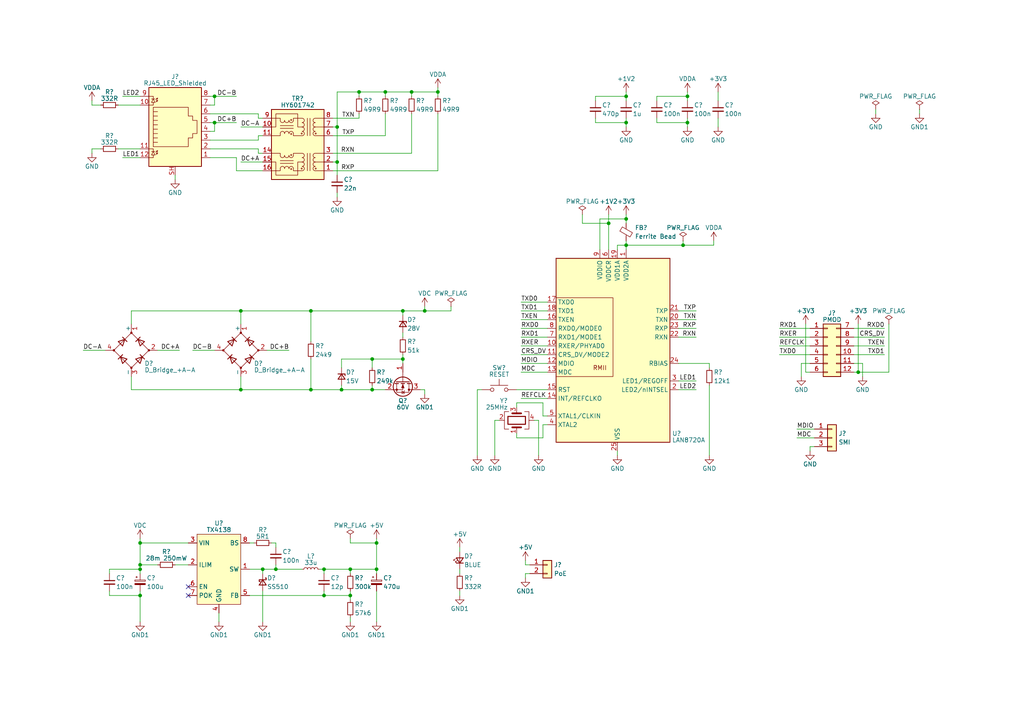
<source format=kicad_sch>
(kicad_sch (version 20211123) (generator eeschema)

  (uuid 899d320b-b9d1-4d02-a791-e25f36895c80)

  (paper "A4")

  

  (junction (at 101.6 172.72) (diameter 0) (color 0 0 0 0)
    (uuid 0c01ccb2-fc4e-4752-8470-11e978cbc851)
  )
  (junction (at 40.64 163.83) (diameter 0) (color 0 0 0 0)
    (uuid 133448d6-c7ea-4e86-b45a-eb8d8b979d88)
  )
  (junction (at 181.61 35.56) (diameter 0) (color 0 0 0 0)
    (uuid 15894ab1-bd4d-4f61-a70d-bf72d5187cba)
  )
  (junction (at 181.61 63.5) (diameter 0) (color 0 0 0 0)
    (uuid 19410180-5644-4d72-b245-709f4a7a2a14)
  )
  (junction (at 119.38 26.67) (diameter 0) (color 0 0 0 0)
    (uuid 1b818b97-e308-4a58-8887-ef58f0a845a5)
  )
  (junction (at 181.61 71.12) (diameter 0) (color 0 0 0 0)
    (uuid 1c20785e-fb04-4dd3-9929-0c4bb762d951)
  )
  (junction (at 101.6 165.1) (diameter 0) (color 0 0 0 0)
    (uuid 217828e5-b538-41e4-9eb1-2d77546b779f)
  )
  (junction (at 90.17 113.03) (diameter 0) (color 0 0 0 0)
    (uuid 31fdd378-8fc1-4e5d-94c1-4c2429fff249)
  )
  (junction (at 62.23 35.56) (diameter 0) (color 0 0 0 0)
    (uuid 382f61a6-0cea-4ce3-a28e-0d6f41877b7d)
  )
  (junction (at 40.64 172.72) (diameter 0) (color 0 0 0 0)
    (uuid 38f32567-1fbd-4049-b690-1d4d88c8aac1)
  )
  (junction (at 69.85 90.17) (diameter 0) (color 0 0 0 0)
    (uuid 3b3b3b07-fdbe-4531-bba5-398f6b510699)
  )
  (junction (at 99.06 113.03) (diameter 0) (color 0 0 0 0)
    (uuid 3f8fbac5-7242-486f-a203-65541bed7d9d)
  )
  (junction (at 107.95 113.03) (diameter 0) (color 0 0 0 0)
    (uuid 58323567-fd84-41ae-81bf-72430a5a4b55)
  )
  (junction (at 199.39 27.94) (diameter 0) (color 0 0 0 0)
    (uuid 59427b98-753f-4ae5-b77c-87bd0367c9dd)
  )
  (junction (at 127 26.67) (diameter 0) (color 0 0 0 0)
    (uuid 59ff3b6e-b6cc-4d83-92d2-1c2cf7cd8b0a)
  )
  (junction (at 97.79 36.83) (diameter 0) (color 0 0 0 0)
    (uuid 60874b2c-abd3-4271-b80a-1abb34788742)
  )
  (junction (at 176.53 64.77) (diameter 0) (color 0 0 0 0)
    (uuid 6e8191cc-e243-4ab8-9ae2-f95637d40f35)
  )
  (junction (at 111.76 26.67) (diameter 0) (color 0 0 0 0)
    (uuid 727da737-c554-4f7e-bde2-b01ece6c052c)
  )
  (junction (at 198.12 71.12) (diameter 0) (color 0 0 0 0)
    (uuid 81940007-9579-40b3-beb6-23c029511b73)
  )
  (junction (at 199.39 35.56) (diameter 0) (color 0 0 0 0)
    (uuid 860c73b4-6a94-4e66-acbc-b6900b4d1d95)
  )
  (junction (at 107.95 104.14) (diameter 0) (color 0 0 0 0)
    (uuid 8872c9ab-4021-4bfd-82c4-ec2af1be244d)
  )
  (junction (at 93.98 165.1) (diameter 0) (color 0 0 0 0)
    (uuid 8947eae7-36c8-4f7a-ac20-a4b8a071b487)
  )
  (junction (at 69.85 113.03) (diameter 0) (color 0 0 0 0)
    (uuid 8b18c1ec-eba5-44b9-a0c4-38b8a3b19480)
  )
  (junction (at 80.01 165.1) (diameter 0) (color 0 0 0 0)
    (uuid a8ef8763-e9a9-4dd8-8d2e-96973f3caca6)
  )
  (junction (at 109.22 157.48) (diameter 0) (color 0 0 0 0)
    (uuid b0e60ca9-3ecd-4204-b460-bc1d8277ace0)
  )
  (junction (at 123.19 90.17) (diameter 0) (color 0 0 0 0)
    (uuid bb8e4bc2-869e-43d5-9045-db5cd36888ba)
  )
  (junction (at 62.23 27.94) (diameter 0) (color 0 0 0 0)
    (uuid bd83f67d-58bc-4e83-8c8b-b81d3765a5ec)
  )
  (junction (at 93.98 172.72) (diameter 0) (color 0 0 0 0)
    (uuid beac2481-2ff0-40da-b497-237f108faeea)
  )
  (junction (at 104.14 26.67) (diameter 0) (color 0 0 0 0)
    (uuid cdaf9bd9-8074-4d73-81e7-38c8ec0604c1)
  )
  (junction (at 116.84 90.17) (diameter 0) (color 0 0 0 0)
    (uuid cdffe44e-d08b-4e5d-bf62-ab9cd69cfe02)
  )
  (junction (at 109.22 165.1) (diameter 0) (color 0 0 0 0)
    (uuid d545be2d-9010-417c-9de2-3683e3257a95)
  )
  (junction (at 248.92 107.95) (diameter 0) (color 0 0 0 0)
    (uuid da006413-aeba-467a-828c-9bf01f408bc3)
  )
  (junction (at 181.61 27.94) (diameter 0) (color 0 0 0 0)
    (uuid dc05f25d-ddca-4b4f-b8eb-8377228dad54)
  )
  (junction (at 40.64 165.1) (diameter 0) (color 0 0 0 0)
    (uuid e42967d3-b045-42ac-8785-7417bc8c87e0)
  )
  (junction (at 90.17 90.17) (diameter 0) (color 0 0 0 0)
    (uuid e8524ec3-df16-46f3-ba1c-0fb25e3fb427)
  )
  (junction (at 40.64 157.48) (diameter 0) (color 0 0 0 0)
    (uuid ef32e201-8935-4270-a2a3-980e6676b023)
  )
  (junction (at 76.2 165.1) (diameter 0) (color 0 0 0 0)
    (uuid f09a9eb4-e930-4a1a-b80b-1c473567ef5c)
  )
  (junction (at 97.79 46.99) (diameter 0) (color 0 0 0 0)
    (uuid f2504780-b755-47f6-ae27-ada30d54441a)
  )
  (junction (at 116.84 104.14) (diameter 0) (color 0 0 0 0)
    (uuid fcd80a05-428d-432b-bb79-0373e8d03764)
  )

  (no_connect (at 54.61 172.72) (uuid 7bb274a4-6be2-4e7e-be3c-b481a1d61326))
  (no_connect (at 54.61 170.18) (uuid 7bb274a4-6be2-4e7e-be3c-b481a1d61327))

  (wire (pts (xy 60.96 45.72) (xy 68.58 45.72))
    (stroke (width 0) (type default) (color 0 0 0 0))
    (uuid 01ab6ba5-1473-4dc8-b38e-fad2e037a662)
  )
  (wire (pts (xy 127 26.67) (xy 127 27.94))
    (stroke (width 0) (type default) (color 0 0 0 0))
    (uuid 02cae3ef-920d-4169-a693-c765eef1e6ff)
  )
  (wire (pts (xy 236.22 129.54) (xy 234.95 129.54))
    (stroke (width 0) (type default) (color 0 0 0 0))
    (uuid 02cf2e7b-9ec9-4695-ae36-4a51936c6cfe)
  )
  (wire (pts (xy 40.64 171.45) (xy 40.64 172.72))
    (stroke (width 0) (type default) (color 0 0 0 0))
    (uuid 0422de0f-2bb4-4184-8893-b116265d3809)
  )
  (wire (pts (xy 68.58 45.72) (xy 68.58 49.53))
    (stroke (width 0) (type default) (color 0 0 0 0))
    (uuid 057143b4-1c08-4f7b-8943-0d394b452d52)
  )
  (wire (pts (xy 74.93 44.45) (xy 76.2 44.45))
    (stroke (width 0) (type default) (color 0 0 0 0))
    (uuid 05b11872-1724-4d6d-a5c7-6ccb58bd181f)
  )
  (wire (pts (xy 24.13 101.6) (xy 30.48 101.6))
    (stroke (width 0) (type default) (color 0 0 0 0))
    (uuid 0681afff-2588-4806-b08e-36d9290ccb04)
  )
  (wire (pts (xy 101.6 172.72) (xy 101.6 173.99))
    (stroke (width 0) (type default) (color 0 0 0 0))
    (uuid 06c13c32-a27f-451f-b402-b59b54fcc1ab)
  )
  (wire (pts (xy 45.72 101.6) (xy 52.07 101.6))
    (stroke (width 0) (type default) (color 0 0 0 0))
    (uuid 0816fed0-a50f-450a-b823-0eb8c2f46e79)
  )
  (wire (pts (xy 143.51 121.92) (xy 143.51 132.08))
    (stroke (width 0) (type default) (color 0 0 0 0))
    (uuid 0a6dc3b3-db43-4dad-8812-ca9e0da05157)
  )
  (wire (pts (xy 119.38 26.67) (xy 127 26.67))
    (stroke (width 0) (type default) (color 0 0 0 0))
    (uuid 0b1c64c5-cf2f-4770-b28b-8cff392f5d21)
  )
  (wire (pts (xy 116.84 96.52) (xy 116.84 97.79))
    (stroke (width 0) (type default) (color 0 0 0 0))
    (uuid 0bfc1201-6df4-474f-84dd-8896b65351d3)
  )
  (wire (pts (xy 133.35 165.1) (xy 133.35 166.37))
    (stroke (width 0) (type default) (color 0 0 0 0))
    (uuid 0d77c0e1-b93c-4782-90c8-f4effa29bbe8)
  )
  (wire (pts (xy 63.5 177.8) (xy 63.5 180.34))
    (stroke (width 0) (type default) (color 0 0 0 0))
    (uuid 0e6dc00b-7780-4404-ae1c-315fd46a5852)
  )
  (wire (pts (xy 26.67 43.18) (xy 29.21 43.18))
    (stroke (width 0) (type default) (color 0 0 0 0))
    (uuid 0f496031-2ff0-49c7-8dd9-cd2f6e57a378)
  )
  (wire (pts (xy 96.52 39.37) (xy 111.76 39.37))
    (stroke (width 0) (type default) (color 0 0 0 0))
    (uuid 10189dcf-d05e-4b70-93c3-1ae0d910f2ed)
  )
  (wire (pts (xy 31.75 166.37) (xy 31.75 165.1))
    (stroke (width 0) (type default) (color 0 0 0 0))
    (uuid 10712a08-77c8-4df7-995b-90e71af6b177)
  )
  (wire (pts (xy 104.14 27.94) (xy 104.14 26.67))
    (stroke (width 0) (type default) (color 0 0 0 0))
    (uuid 1164db46-2f8d-4055-8e0d-f3e8b5270fc4)
  )
  (wire (pts (xy 149.86 113.03) (xy 158.75 113.03))
    (stroke (width 0) (type default) (color 0 0 0 0))
    (uuid 136affd8-a4fc-4698-b84a-3c562da5ae2f)
  )
  (wire (pts (xy 97.79 26.67) (xy 97.79 36.83))
    (stroke (width 0) (type default) (color 0 0 0 0))
    (uuid 168f5ae0-e7b6-44b4-a085-d2891d184c72)
  )
  (wire (pts (xy 233.68 107.95) (xy 234.95 107.95))
    (stroke (width 0) (type default) (color 0 0 0 0))
    (uuid 16b81d1d-3ff8-4479-9ef4-8d25d7c73d6e)
  )
  (wire (pts (xy 190.5 27.94) (xy 199.39 27.94))
    (stroke (width 0) (type default) (color 0 0 0 0))
    (uuid 1a1f12fa-dab7-422e-8750-28a76d20d60b)
  )
  (wire (pts (xy 90.17 113.03) (xy 99.06 113.03))
    (stroke (width 0) (type default) (color 0 0 0 0))
    (uuid 1b683a0f-453e-41f3-a208-39dbdc81b62f)
  )
  (wire (pts (xy 130.81 88.9) (xy 130.81 90.17))
    (stroke (width 0) (type default) (color 0 0 0 0))
    (uuid 1c289712-ba8e-44bf-a517-d059bd770989)
  )
  (wire (pts (xy 179.07 72.39) (xy 179.07 71.12))
    (stroke (width 0) (type default) (color 0 0 0 0))
    (uuid 1d272ae1-868b-4f38-b42c-efa0964726d0)
  )
  (wire (pts (xy 199.39 34.29) (xy 199.39 35.56))
    (stroke (width 0) (type default) (color 0 0 0 0))
    (uuid 1d7180ba-e42d-462e-8b4a-8394f0521c37)
  )
  (wire (pts (xy 151.13 90.17) (xy 158.75 90.17))
    (stroke (width 0) (type default) (color 0 0 0 0))
    (uuid 1e627a5f-e264-4146-ac3a-36be1023e7ef)
  )
  (wire (pts (xy 101.6 165.1) (xy 101.6 166.37))
    (stroke (width 0) (type default) (color 0 0 0 0))
    (uuid 1f0b9ac0-2411-43cf-ab94-035a58379518)
  )
  (wire (pts (xy 173.99 63.5) (xy 181.61 63.5))
    (stroke (width 0) (type default) (color 0 0 0 0))
    (uuid 206b9ccc-a90b-4753-8e99-af8db5fc469b)
  )
  (wire (pts (xy 247.65 100.33) (xy 256.54 100.33))
    (stroke (width 0) (type default) (color 0 0 0 0))
    (uuid 22158654-5324-4540-9d57-bb3f58e50410)
  )
  (wire (pts (xy 38.1 109.22) (xy 38.1 113.03))
    (stroke (width 0) (type default) (color 0 0 0 0))
    (uuid 22c9dd39-cfcd-49e7-983f-9bcf703099bb)
  )
  (wire (pts (xy 76.2 165.1) (xy 80.01 165.1))
    (stroke (width 0) (type default) (color 0 0 0 0))
    (uuid 22efcb67-9ea4-432c-8c4e-95cc61b1c302)
  )
  (wire (pts (xy 248.92 107.95) (xy 247.65 107.95))
    (stroke (width 0) (type default) (color 0 0 0 0))
    (uuid 24d4d041-09f7-4e5f-804d-f8929ed4cbe0)
  )
  (wire (pts (xy 60.96 38.1) (xy 62.23 38.1))
    (stroke (width 0) (type default) (color 0 0 0 0))
    (uuid 273fade3-418e-43b8-be0f-da8fc389b15c)
  )
  (wire (pts (xy 154.94 121.92) (xy 156.21 121.92))
    (stroke (width 0) (type default) (color 0 0 0 0))
    (uuid 29ee52f4-00d2-4fd9-a8af-40f15258b38d)
  )
  (wire (pts (xy 151.13 107.95) (xy 158.75 107.95))
    (stroke (width 0) (type default) (color 0 0 0 0))
    (uuid 2b84a3ab-6449-438c-b016-fbe892a179ff)
  )
  (wire (pts (xy 208.28 26.67) (xy 208.28 29.21))
    (stroke (width 0) (type default) (color 0 0 0 0))
    (uuid 2b9e9baf-afa5-488e-953d-3ac0255f62ec)
  )
  (wire (pts (xy 190.5 35.56) (xy 199.39 35.56))
    (stroke (width 0) (type default) (color 0 0 0 0))
    (uuid 2ccfcf0b-4497-4548-80e7-65c3328a374e)
  )
  (wire (pts (xy 76.2 165.1) (xy 76.2 166.37))
    (stroke (width 0) (type default) (color 0 0 0 0))
    (uuid 2cd190db-856f-4d7e-840a-a2ad0075fade)
  )
  (wire (pts (xy 152.4 167.64) (xy 152.4 166.37))
    (stroke (width 0) (type default) (color 0 0 0 0))
    (uuid 2dbe963a-ec29-4d81-bc13-80756b83df52)
  )
  (wire (pts (xy 69.85 113.03) (xy 90.17 113.03))
    (stroke (width 0) (type default) (color 0 0 0 0))
    (uuid 2eddaf47-67d6-41a2-a305-6899972e14e8)
  )
  (wire (pts (xy 38.1 113.03) (xy 69.85 113.03))
    (stroke (width 0) (type default) (color 0 0 0 0))
    (uuid 31ce759c-3900-4151-8ed8-b3018b5e05fb)
  )
  (wire (pts (xy 101.6 156.21) (xy 101.6 157.48))
    (stroke (width 0) (type default) (color 0 0 0 0))
    (uuid 32195fdc-3659-454c-ba14-61185d21a8dc)
  )
  (wire (pts (xy 104.14 34.29) (xy 104.14 33.02))
    (stroke (width 0) (type default) (color 0 0 0 0))
    (uuid 32c71118-7c96-4fba-bd2b-5a93e2043314)
  )
  (wire (pts (xy 196.85 92.71) (xy 201.93 92.71))
    (stroke (width 0) (type default) (color 0 0 0 0))
    (uuid 32c71af0-784a-42e3-817e-4f9fb371f4b5)
  )
  (wire (pts (xy 205.74 105.41) (xy 205.74 106.68))
    (stroke (width 0) (type default) (color 0 0 0 0))
    (uuid 332f5a6c-b81b-48cd-b634-58908c9905e0)
  )
  (wire (pts (xy 176.53 64.77) (xy 176.53 72.39))
    (stroke (width 0) (type default) (color 0 0 0 0))
    (uuid 35589388-dfa8-4895-a448-2bf968e65b78)
  )
  (wire (pts (xy 40.64 163.83) (xy 45.72 163.83))
    (stroke (width 0) (type default) (color 0 0 0 0))
    (uuid 358c55b2-2bf5-496e-b337-6d1f31bcfe12)
  )
  (wire (pts (xy 149.86 125.73) (xy 149.86 127))
    (stroke (width 0) (type default) (color 0 0 0 0))
    (uuid 35effd3d-a409-4610-9020-69db229b7f99)
  )
  (wire (pts (xy 248.92 93.98) (xy 248.92 107.95))
    (stroke (width 0) (type default) (color 0 0 0 0))
    (uuid 3859ac57-9fe0-4852-9248-bd36024bbbb8)
  )
  (wire (pts (xy 35.56 27.94) (xy 40.64 27.94))
    (stroke (width 0) (type default) (color 0 0 0 0))
    (uuid 38f51f2d-b146-44c9-a702-0b74931051d1)
  )
  (wire (pts (xy 226.06 102.87) (xy 234.95 102.87))
    (stroke (width 0) (type default) (color 0 0 0 0))
    (uuid 39a9b8b9-764c-4af0-bcaa-380f94b129d5)
  )
  (wire (pts (xy 55.88 101.6) (xy 62.23 101.6))
    (stroke (width 0) (type default) (color 0 0 0 0))
    (uuid 3da890cc-9292-41fe-9081-e8cf6d3aebb8)
  )
  (wire (pts (xy 198.12 71.12) (xy 181.61 71.12))
    (stroke (width 0) (type default) (color 0 0 0 0))
    (uuid 3deb49cc-f214-43f5-acf4-523d01597e01)
  )
  (wire (pts (xy 107.95 111.76) (xy 107.95 113.03))
    (stroke (width 0) (type default) (color 0 0 0 0))
    (uuid 3e0c254c-eb0c-4d3d-a3a7-06ca67b30234)
  )
  (wire (pts (xy 190.5 29.21) (xy 190.5 27.94))
    (stroke (width 0) (type default) (color 0 0 0 0))
    (uuid 3f1e1c20-8e3f-4178-b8d4-7fb769ebe280)
  )
  (wire (pts (xy 72.39 172.72) (xy 93.98 172.72))
    (stroke (width 0) (type default) (color 0 0 0 0))
    (uuid 4112e398-d70d-42a5-8206-37082a416b4b)
  )
  (wire (pts (xy 196.85 97.79) (xy 201.93 97.79))
    (stroke (width 0) (type default) (color 0 0 0 0))
    (uuid 4172b177-64f0-4bc3-bdfe-15c25261f8f3)
  )
  (wire (pts (xy 233.68 93.98) (xy 233.68 107.95))
    (stroke (width 0) (type default) (color 0 0 0 0))
    (uuid 43ffd6ea-a3cb-448b-98a5-d18e026119d7)
  )
  (wire (pts (xy 181.61 34.29) (xy 181.61 35.56))
    (stroke (width 0) (type default) (color 0 0 0 0))
    (uuid 4444a521-ac0e-4b22-af15-acd7fa8bc620)
  )
  (wire (pts (xy 104.14 26.67) (xy 97.79 26.67))
    (stroke (width 0) (type default) (color 0 0 0 0))
    (uuid 4488a476-d062-4205-94ba-e8cc3ad0fa82)
  )
  (wire (pts (xy 179.07 130.81) (xy 179.07 132.08))
    (stroke (width 0) (type default) (color 0 0 0 0))
    (uuid 46050d7b-78ea-4424-9e71-87e437da3acb)
  )
  (wire (pts (xy 196.85 90.17) (xy 201.93 90.17))
    (stroke (width 0) (type default) (color 0 0 0 0))
    (uuid 46713112-58dc-4b5d-b49d-812755b5097d)
  )
  (wire (pts (xy 38.1 90.17) (xy 38.1 93.98))
    (stroke (width 0) (type default) (color 0 0 0 0))
    (uuid 47870c19-cd80-4a86-a345-679b0af37307)
  )
  (wire (pts (xy 133.35 158.75) (xy 133.35 160.02))
    (stroke (width 0) (type default) (color 0 0 0 0))
    (uuid 47fe13ad-9327-4a2e-912e-c57923d3617b)
  )
  (wire (pts (xy 156.21 121.92) (xy 156.21 132.08))
    (stroke (width 0) (type default) (color 0 0 0 0))
    (uuid 4839c349-d3f4-4468-8f74-b0acde8925be)
  )
  (wire (pts (xy 96.52 36.83) (xy 97.79 36.83))
    (stroke (width 0) (type default) (color 0 0 0 0))
    (uuid 49443947-6819-478c-ad40-3c46cf4ed8da)
  )
  (wire (pts (xy 26.67 29.21) (xy 26.67 30.48))
    (stroke (width 0) (type default) (color 0 0 0 0))
    (uuid 4970a58b-27d4-4cd5-93dd-b4e1285cf509)
  )
  (wire (pts (xy 158.75 123.19) (xy 157.48 123.19))
    (stroke (width 0) (type default) (color 0 0 0 0))
    (uuid 49d156ae-1230-4d87-a4d0-e460c01b2221)
  )
  (wire (pts (xy 123.19 88.9) (xy 123.19 90.17))
    (stroke (width 0) (type default) (color 0 0 0 0))
    (uuid 4a41f913-5024-4fd1-b56c-4b02cec9ed86)
  )
  (wire (pts (xy 40.64 157.48) (xy 54.61 157.48))
    (stroke (width 0) (type default) (color 0 0 0 0))
    (uuid 4d5d2f66-2c87-49c9-984b-567cbf582ead)
  )
  (wire (pts (xy 127 25.4) (xy 127 26.67))
    (stroke (width 0) (type default) (color 0 0 0 0))
    (uuid 4db9f575-b56f-4e6c-b602-97fafc4760c5)
  )
  (wire (pts (xy 157.48 120.65) (xy 157.48 116.84))
    (stroke (width 0) (type default) (color 0 0 0 0))
    (uuid 4f6ccc58-67a8-42e0-a5c9-310f1e725edc)
  )
  (wire (pts (xy 90.17 113.03) (xy 90.17 104.14))
    (stroke (width 0) (type default) (color 0 0 0 0))
    (uuid 4fa04e6a-3614-4887-9848-1521a47318b0)
  )
  (wire (pts (xy 97.79 46.99) (xy 97.79 50.8))
    (stroke (width 0) (type default) (color 0 0 0 0))
    (uuid 50b9d51c-f87d-424c-a326-af269137982e)
  )
  (wire (pts (xy 69.85 36.83) (xy 76.2 36.83))
    (stroke (width 0) (type default) (color 0 0 0 0))
    (uuid 50ddc7c4-fb41-414d-acee-60d7fb4ee597)
  )
  (wire (pts (xy 172.72 35.56) (xy 181.61 35.56))
    (stroke (width 0) (type default) (color 0 0 0 0))
    (uuid 52420868-7bcc-4e8c-8fec-e4e270833b31)
  )
  (wire (pts (xy 181.61 71.12) (xy 181.61 72.39))
    (stroke (width 0) (type default) (color 0 0 0 0))
    (uuid 53f41b5a-fb6d-4313-9572-ac0337715b25)
  )
  (wire (pts (xy 74.93 34.29) (xy 76.2 34.29))
    (stroke (width 0) (type default) (color 0 0 0 0))
    (uuid 54c2ad30-4921-493c-80d8-99b2c76abba6)
  )
  (wire (pts (xy 266.7 31.75) (xy 266.7 33.02))
    (stroke (width 0) (type default) (color 0 0 0 0))
    (uuid 5604f0bc-df9b-427d-abd2-761c261a4377)
  )
  (wire (pts (xy 176.53 62.23) (xy 176.53 64.77))
    (stroke (width 0) (type default) (color 0 0 0 0))
    (uuid 56b58c4b-ed8b-4ded-aefd-f24ea5ed0a86)
  )
  (wire (pts (xy 116.84 104.14) (xy 116.84 102.87))
    (stroke (width 0) (type default) (color 0 0 0 0))
    (uuid 5817b3e4-1f7f-4370-b7b2-a315c7b28efd)
  )
  (wire (pts (xy 133.35 171.45) (xy 133.35 172.72))
    (stroke (width 0) (type default) (color 0 0 0 0))
    (uuid 586cec7e-ced7-42e8-b9b1-0d72c6f00c7e)
  )
  (wire (pts (xy 60.96 35.56) (xy 62.23 35.56))
    (stroke (width 0) (type default) (color 0 0 0 0))
    (uuid 58855dbc-160d-473a-87e2-b1bd61127efc)
  )
  (wire (pts (xy 151.13 100.33) (xy 158.75 100.33))
    (stroke (width 0) (type default) (color 0 0 0 0))
    (uuid 59f24b45-2827-4e14-8e2c-a79fa16a8875)
  )
  (wire (pts (xy 123.19 90.17) (xy 116.84 90.17))
    (stroke (width 0) (type default) (color 0 0 0 0))
    (uuid 5b64e516-94ec-4659-8ad7-348568eada22)
  )
  (wire (pts (xy 257.81 107.95) (xy 248.92 107.95))
    (stroke (width 0) (type default) (color 0 0 0 0))
    (uuid 5b7a5cdd-0c42-4a63-a66c-fca56a054a68)
  )
  (wire (pts (xy 116.84 104.14) (xy 116.84 105.41))
    (stroke (width 0) (type default) (color 0 0 0 0))
    (uuid 5bed8d16-24ff-43eb-b69e-f37f705f021d)
  )
  (wire (pts (xy 68.58 49.53) (xy 76.2 49.53))
    (stroke (width 0) (type default) (color 0 0 0 0))
    (uuid 5c6764de-d891-400e-b17d-ce4d68a62572)
  )
  (wire (pts (xy 158.75 120.65) (xy 157.48 120.65))
    (stroke (width 0) (type default) (color 0 0 0 0))
    (uuid 5ce89f37-48dd-495f-857e-97b778aff7f0)
  )
  (wire (pts (xy 104.14 26.67) (xy 111.76 26.67))
    (stroke (width 0) (type default) (color 0 0 0 0))
    (uuid 5f6ee1d4-676c-4e0e-8efe-2ebb0653117d)
  )
  (wire (pts (xy 123.19 90.17) (xy 130.81 90.17))
    (stroke (width 0) (type default) (color 0 0 0 0))
    (uuid 6027e141-d68d-41d7-844d-c7edde9d1b5c)
  )
  (wire (pts (xy 93.98 172.72) (xy 101.6 172.72))
    (stroke (width 0) (type default) (color 0 0 0 0))
    (uuid 60c67174-4eb8-43b4-9839-08c3f184cd9d)
  )
  (wire (pts (xy 31.75 171.45) (xy 31.75 172.72))
    (stroke (width 0) (type default) (color 0 0 0 0))
    (uuid 6101c821-56c8-4d98-a5b8-3e2d233fb9ee)
  )
  (wire (pts (xy 226.06 95.25) (xy 234.95 95.25))
    (stroke (width 0) (type default) (color 0 0 0 0))
    (uuid 628ba343-45d8-4114-b789-1fedb3a7f7b8)
  )
  (wire (pts (xy 151.13 105.41) (xy 158.75 105.41))
    (stroke (width 0) (type default) (color 0 0 0 0))
    (uuid 639e134b-061f-4088-a86b-159ba979c9a4)
  )
  (wire (pts (xy 99.06 104.14) (xy 107.95 104.14))
    (stroke (width 0) (type default) (color 0 0 0 0))
    (uuid 63c494bd-1e9d-47d4-8661-757d8fce81af)
  )
  (wire (pts (xy 111.76 39.37) (xy 111.76 33.02))
    (stroke (width 0) (type default) (color 0 0 0 0))
    (uuid 662836da-a72e-4cb2-ad3e-bed46b4cd5ad)
  )
  (wire (pts (xy 168.91 62.23) (xy 168.91 64.77))
    (stroke (width 0) (type default) (color 0 0 0 0))
    (uuid 66ec1dc1-1b33-4770-9260-44669b3cce42)
  )
  (wire (pts (xy 196.85 113.03) (xy 201.93 113.03))
    (stroke (width 0) (type default) (color 0 0 0 0))
    (uuid 674a288b-afaa-435d-a47b-e46940f4de48)
  )
  (wire (pts (xy 35.56 45.72) (xy 40.64 45.72))
    (stroke (width 0) (type default) (color 0 0 0 0))
    (uuid 6b11212c-fe12-445e-b5ad-5b18bc8370f7)
  )
  (wire (pts (xy 247.65 95.25) (xy 256.54 95.25))
    (stroke (width 0) (type default) (color 0 0 0 0))
    (uuid 6be792a2-a980-45d0-b668-8c22d3f5b36b)
  )
  (wire (pts (xy 101.6 171.45) (xy 101.6 172.72))
    (stroke (width 0) (type default) (color 0 0 0 0))
    (uuid 6ea85d43-ec0a-41e6-9e11-6ab6f1eb11f9)
  )
  (wire (pts (xy 205.74 111.76) (xy 205.74 132.08))
    (stroke (width 0) (type default) (color 0 0 0 0))
    (uuid 6ee44176-b671-474a-b902-cb79f00b63b2)
  )
  (wire (pts (xy 109.22 157.48) (xy 109.22 165.1))
    (stroke (width 0) (type default) (color 0 0 0 0))
    (uuid 70658158-13fe-4219-a6ca-4ee68fe06219)
  )
  (wire (pts (xy 26.67 44.45) (xy 26.67 43.18))
    (stroke (width 0) (type default) (color 0 0 0 0))
    (uuid 71c8c057-5172-40da-a498-ef22b4f7f110)
  )
  (wire (pts (xy 116.84 90.17) (xy 116.84 91.44))
    (stroke (width 0) (type default) (color 0 0 0 0))
    (uuid 72992a46-cd40-4ead-8b1c-d67415fff3b1)
  )
  (wire (pts (xy 152.4 166.37) (xy 153.67 166.37))
    (stroke (width 0) (type default) (color 0 0 0 0))
    (uuid 7332e484-b28a-4f6a-85b1-ed0a5916bb41)
  )
  (wire (pts (xy 69.85 90.17) (xy 90.17 90.17))
    (stroke (width 0) (type default) (color 0 0 0 0))
    (uuid 776421db-7df1-40c7-9ca8-a0e2f1ca0a27)
  )
  (wire (pts (xy 62.23 38.1) (xy 62.23 35.56))
    (stroke (width 0) (type default) (color 0 0 0 0))
    (uuid 79ea482a-2804-479c-b2c3-1ffc3d14f26b)
  )
  (wire (pts (xy 198.12 69.85) (xy 198.12 71.12))
    (stroke (width 0) (type default) (color 0 0 0 0))
    (uuid 7d0c321d-7728-4f1f-b20a-05fef6f69425)
  )
  (wire (pts (xy 96.52 46.99) (xy 97.79 46.99))
    (stroke (width 0) (type default) (color 0 0 0 0))
    (uuid 7f471254-0418-428d-ad54-95bb95d8e935)
  )
  (wire (pts (xy 149.86 116.84) (xy 149.86 118.11))
    (stroke (width 0) (type default) (color 0 0 0 0))
    (uuid 80a4c1fc-078c-4156-bcac-defe8b2d4b2c)
  )
  (wire (pts (xy 80.01 163.83) (xy 80.01 165.1))
    (stroke (width 0) (type default) (color 0 0 0 0))
    (uuid 817a8c69-7e80-4851-823e-ed726b848dc0)
  )
  (wire (pts (xy 60.96 30.48) (xy 62.23 30.48))
    (stroke (width 0) (type default) (color 0 0 0 0))
    (uuid 82b7a357-e2fc-4392-b04c-e8ba2fa90dc5)
  )
  (wire (pts (xy 101.6 179.07) (xy 101.6 180.34))
    (stroke (width 0) (type default) (color 0 0 0 0))
    (uuid 83c5ec07-d7c7-4150-97ef-a08b3008cd9a)
  )
  (wire (pts (xy 69.85 109.22) (xy 69.85 113.03))
    (stroke (width 0) (type default) (color 0 0 0 0))
    (uuid 84983548-1de8-4b83-afc3-1a4a1a5d932b)
  )
  (wire (pts (xy 93.98 165.1) (xy 101.6 165.1))
    (stroke (width 0) (type default) (color 0 0 0 0))
    (uuid 857899e0-eb45-4379-ad16-f2a7b0e10b39)
  )
  (wire (pts (xy 196.85 95.25) (xy 201.93 95.25))
    (stroke (width 0) (type default) (color 0 0 0 0))
    (uuid 869b9ee4-7658-44ad-be98-c0fd14691621)
  )
  (wire (pts (xy 50.8 50.8) (xy 50.8 52.07))
    (stroke (width 0) (type default) (color 0 0 0 0))
    (uuid 8799b2db-f2f6-4edb-8854-b8b3adc369b1)
  )
  (wire (pts (xy 26.67 30.48) (xy 29.21 30.48))
    (stroke (width 0) (type default) (color 0 0 0 0))
    (uuid 8818d864-4828-41c9-b288-b82a1413805e)
  )
  (wire (pts (xy 62.23 30.48) (xy 62.23 27.94))
    (stroke (width 0) (type default) (color 0 0 0 0))
    (uuid 88bed0c3-2fdd-4082-bd7f-7c9c2b754109)
  )
  (wire (pts (xy 60.96 43.18) (xy 74.93 43.18))
    (stroke (width 0) (type default) (color 0 0 0 0))
    (uuid 89aebcc8-99d7-4f6e-854c-a4af3477e1af)
  )
  (wire (pts (xy 196.85 105.41) (xy 205.74 105.41))
    (stroke (width 0) (type default) (color 0 0 0 0))
    (uuid 8c4ed844-7dcd-4203-8e6f-90ae1a1f80ce)
  )
  (wire (pts (xy 172.72 27.94) (xy 181.61 27.94))
    (stroke (width 0) (type default) (color 0 0 0 0))
    (uuid 8d0705ec-32fa-42cd-9ad3-3ca1ae994918)
  )
  (wire (pts (xy 199.39 26.67) (xy 199.39 27.94))
    (stroke (width 0) (type default) (color 0 0 0 0))
    (uuid 8dea701b-dd5e-47be-8812-ecef09e0d9ae)
  )
  (wire (pts (xy 40.64 165.1) (xy 40.64 163.83))
    (stroke (width 0) (type default) (color 0 0 0 0))
    (uuid 8e4a27fe-81be-403c-acef-149a18eb1cd1)
  )
  (wire (pts (xy 232.41 105.41) (xy 232.41 109.22))
    (stroke (width 0) (type default) (color 0 0 0 0))
    (uuid 8f3a3e06-98ff-4ae7-8b16-491b49b70c80)
  )
  (wire (pts (xy 181.61 27.94) (xy 181.61 29.21))
    (stroke (width 0) (type default) (color 0 0 0 0))
    (uuid 9562995c-b680-40b3-bf6a-8150b678dd85)
  )
  (wire (pts (xy 111.76 26.67) (xy 111.76 27.94))
    (stroke (width 0) (type default) (color 0 0 0 0))
    (uuid 95d5f247-0bb1-4a9d-ba0b-e4ad715e26f4)
  )
  (wire (pts (xy 181.61 69.85) (xy 181.61 71.12))
    (stroke (width 0) (type default) (color 0 0 0 0))
    (uuid 9722313a-ad7d-4f9f-8f37-ea57be7e0d8b)
  )
  (wire (pts (xy 50.8 163.83) (xy 54.61 163.83))
    (stroke (width 0) (type default) (color 0 0 0 0))
    (uuid 99b29df8-070f-4122-8808-fdf4690480aa)
  )
  (wire (pts (xy 208.28 34.29) (xy 208.28 36.83))
    (stroke (width 0) (type default) (color 0 0 0 0))
    (uuid 9a7ab643-5e73-42db-b36e-25927acbf942)
  )
  (wire (pts (xy 181.61 63.5) (xy 181.61 64.77))
    (stroke (width 0) (type default) (color 0 0 0 0))
    (uuid 9b5d8cea-89c1-4eea-8231-7068ec144a28)
  )
  (wire (pts (xy 90.17 99.06) (xy 90.17 90.17))
    (stroke (width 0) (type default) (color 0 0 0 0))
    (uuid 9b7d259e-e079-4076-8348-02053d8d650c)
  )
  (wire (pts (xy 109.22 171.45) (xy 109.22 180.34))
    (stroke (width 0) (type default) (color 0 0 0 0))
    (uuid 9d68d3e2-bd80-48df-872b-cacbe0468775)
  )
  (wire (pts (xy 107.95 104.14) (xy 116.84 104.14))
    (stroke (width 0) (type default) (color 0 0 0 0))
    (uuid 9ec41179-571d-4334-8a87-e13ed0903b29)
  )
  (wire (pts (xy 151.13 115.57) (xy 158.75 115.57))
    (stroke (width 0) (type default) (color 0 0 0 0))
    (uuid 9f317b9d-af33-4b83-99c0-45b097664740)
  )
  (wire (pts (xy 80.01 157.48) (xy 80.01 158.75))
    (stroke (width 0) (type default) (color 0 0 0 0))
    (uuid 9fbcacf4-33b9-47a7-880c-f913af13d213)
  )
  (wire (pts (xy 80.01 165.1) (xy 87.63 165.1))
    (stroke (width 0) (type default) (color 0 0 0 0))
    (uuid a082856d-e927-4028-9e81-04ad63c4dea3)
  )
  (wire (pts (xy 234.95 105.41) (xy 232.41 105.41))
    (stroke (width 0) (type default) (color 0 0 0 0))
    (uuid a1ec949f-b55c-4ec0-919e-37c3eb0ace85)
  )
  (wire (pts (xy 250.19 105.41) (xy 250.19 109.22))
    (stroke (width 0) (type default) (color 0 0 0 0))
    (uuid a37ab19a-cdda-40f1-b72e-69e6e3228568)
  )
  (wire (pts (xy 181.61 62.23) (xy 181.61 63.5))
    (stroke (width 0) (type default) (color 0 0 0 0))
    (uuid a46ad0a2-f472-42ab-8653-150d4f366e56)
  )
  (wire (pts (xy 31.75 172.72) (xy 40.64 172.72))
    (stroke (width 0) (type default) (color 0 0 0 0))
    (uuid a51fd5d9-30a1-4e51-ae63-6abab8f385b0)
  )
  (wire (pts (xy 144.78 121.92) (xy 143.51 121.92))
    (stroke (width 0) (type default) (color 0 0 0 0))
    (uuid a56399dc-1386-4870-9ea4-08b90a204580)
  )
  (wire (pts (xy 168.91 64.77) (xy 176.53 64.77))
    (stroke (width 0) (type default) (color 0 0 0 0))
    (uuid a56b3e28-4ee7-4c63-8ad3-581592cfbfcc)
  )
  (wire (pts (xy 109.22 156.21) (xy 109.22 157.48))
    (stroke (width 0) (type default) (color 0 0 0 0))
    (uuid a5782bd0-a10f-452a-9e71-504428e47b9d)
  )
  (wire (pts (xy 74.93 43.18) (xy 74.93 44.45))
    (stroke (width 0) (type default) (color 0 0 0 0))
    (uuid a618e7f9-e708-4d89-8b29-cbd0c5ed11c2)
  )
  (wire (pts (xy 60.96 33.02) (xy 74.93 33.02))
    (stroke (width 0) (type default) (color 0 0 0 0))
    (uuid a63917a6-42b5-4ccc-9b6a-df55fd702509)
  )
  (wire (pts (xy 92.71 165.1) (xy 93.98 165.1))
    (stroke (width 0) (type default) (color 0 0 0 0))
    (uuid a77d72f3-9615-4e24-8482-5b96ad39b916)
  )
  (wire (pts (xy 74.93 33.02) (xy 74.93 34.29))
    (stroke (width 0) (type default) (color 0 0 0 0))
    (uuid a8d625ec-13cd-4e71-9bff-41a6e8d11a93)
  )
  (wire (pts (xy 97.79 55.88) (xy 97.79 57.15))
    (stroke (width 0) (type default) (color 0 0 0 0))
    (uuid aa61c91c-abb5-4af4-abcb-193247d912d6)
  )
  (wire (pts (xy 111.76 26.67) (xy 119.38 26.67))
    (stroke (width 0) (type default) (color 0 0 0 0))
    (uuid aa851d7e-9245-4e72-a2f2-2e98100adebe)
  )
  (wire (pts (xy 60.96 40.64) (xy 74.93 40.64))
    (stroke (width 0) (type default) (color 0 0 0 0))
    (uuid ab8d8228-0481-479a-abe7-2d215521d460)
  )
  (wire (pts (xy 96.52 44.45) (xy 119.38 44.45))
    (stroke (width 0) (type default) (color 0 0 0 0))
    (uuid ac1064e9-df41-45b1-87b2-d8c99e27d4a8)
  )
  (wire (pts (xy 139.7 113.03) (xy 138.43 113.03))
    (stroke (width 0) (type default) (color 0 0 0 0))
    (uuid ac446e7b-6c40-4b80-a511-74314b49d75a)
  )
  (wire (pts (xy 72.39 165.1) (xy 76.2 165.1))
    (stroke (width 0) (type default) (color 0 0 0 0))
    (uuid ad96d36c-8246-426e-bae8-43d976a478e4)
  )
  (wire (pts (xy 247.65 97.79) (xy 256.54 97.79))
    (stroke (width 0) (type default) (color 0 0 0 0))
    (uuid ada9eedc-9766-497d-812a-ff17a18a80a7)
  )
  (wire (pts (xy 90.17 90.17) (xy 116.84 90.17))
    (stroke (width 0) (type default) (color 0 0 0 0))
    (uuid aeedd6d2-ca70-47a3-add7-022aac7a4e71)
  )
  (wire (pts (xy 196.85 110.49) (xy 201.93 110.49))
    (stroke (width 0) (type default) (color 0 0 0 0))
    (uuid af71d2b5-8e37-44e9-b401-510a33f5c4e0)
  )
  (wire (pts (xy 40.64 156.21) (xy 40.64 157.48))
    (stroke (width 0) (type default) (color 0 0 0 0))
    (uuid afa24a82-ca53-4cc5-b789-29fa958374d5)
  )
  (wire (pts (xy 72.39 157.48) (xy 73.66 157.48))
    (stroke (width 0) (type default) (color 0 0 0 0))
    (uuid b17e7a68-038f-4317-babe-d301b0e4a3f3)
  )
  (wire (pts (xy 231.14 127) (xy 236.22 127))
    (stroke (width 0) (type default) (color 0 0 0 0))
    (uuid b18dfe05-0c03-4b5d-bd9a-6665b526bc43)
  )
  (wire (pts (xy 74.93 40.64) (xy 74.93 39.37))
    (stroke (width 0) (type default) (color 0 0 0 0))
    (uuid b19d6147-381b-4909-ba75-9695b0df0d9d)
  )
  (wire (pts (xy 101.6 157.48) (xy 109.22 157.48))
    (stroke (width 0) (type default) (color 0 0 0 0))
    (uuid b2ada819-9a92-41dd-ae9d-f6e96404a4cd)
  )
  (wire (pts (xy 77.47 101.6) (xy 83.82 101.6))
    (stroke (width 0) (type default) (color 0 0 0 0))
    (uuid b33ed16a-5461-420f-b706-1e5b8e85a8c3)
  )
  (wire (pts (xy 234.95 129.54) (xy 234.95 130.81))
    (stroke (width 0) (type default) (color 0 0 0 0))
    (uuid b519ec62-e4f6-4a2f-815d-d5301c7ec8a0)
  )
  (wire (pts (xy 199.39 35.56) (xy 199.39 36.83))
    (stroke (width 0) (type default) (color 0 0 0 0))
    (uuid b7456a67-8fa3-4198-838d-0eda05429fbf)
  )
  (wire (pts (xy 109.22 165.1) (xy 109.22 166.37))
    (stroke (width 0) (type default) (color 0 0 0 0))
    (uuid b86b3598-6470-4b03-8780-166151e180a9)
  )
  (wire (pts (xy 123.19 113.03) (xy 123.19 114.3))
    (stroke (width 0) (type default) (color 0 0 0 0))
    (uuid b9490371-9e15-4509-9923-c54c90900258)
  )
  (wire (pts (xy 34.29 30.48) (xy 40.64 30.48))
    (stroke (width 0) (type default) (color 0 0 0 0))
    (uuid baaf7f60-4f20-4e16-91ff-cec0e8e8d5af)
  )
  (wire (pts (xy 34.29 43.18) (xy 40.64 43.18))
    (stroke (width 0) (type default) (color 0 0 0 0))
    (uuid bb9fd0d6-b0a7-465c-a443-10374e781aa1)
  )
  (wire (pts (xy 226.06 97.79) (xy 234.95 97.79))
    (stroke (width 0) (type default) (color 0 0 0 0))
    (uuid bd26376a-ffc4-43ee-b5c5-245858540584)
  )
  (wire (pts (xy 107.95 113.03) (xy 111.76 113.03))
    (stroke (width 0) (type default) (color 0 0 0 0))
    (uuid beddfe5d-6248-491a-81d1-7d0658d63b2d)
  )
  (wire (pts (xy 99.06 113.03) (xy 107.95 113.03))
    (stroke (width 0) (type default) (color 0 0 0 0))
    (uuid bf1e4306-1a28-4bb6-bb7e-3de3eeb33c92)
  )
  (wire (pts (xy 40.64 157.48) (xy 40.64 163.83))
    (stroke (width 0) (type default) (color 0 0 0 0))
    (uuid c1196eb7-30ac-420f-98f0-df30568dccc5)
  )
  (wire (pts (xy 101.6 165.1) (xy 109.22 165.1))
    (stroke (width 0) (type default) (color 0 0 0 0))
    (uuid c11c3473-dc83-4939-9043-eaee953ae733)
  )
  (wire (pts (xy 97.79 36.83) (xy 97.79 46.99))
    (stroke (width 0) (type default) (color 0 0 0 0))
    (uuid c17c0e9a-531e-47e2-902e-8295de8e8ef1)
  )
  (wire (pts (xy 151.13 95.25) (xy 158.75 95.25))
    (stroke (width 0) (type default) (color 0 0 0 0))
    (uuid c2e7f4f3-da39-4f04-8803-9a4385be7e8f)
  )
  (wire (pts (xy 119.38 26.67) (xy 119.38 27.94))
    (stroke (width 0) (type default) (color 0 0 0 0))
    (uuid c415af13-accb-41fe-b8d9-b4a40e639e80)
  )
  (wire (pts (xy 76.2 171.45) (xy 76.2 180.34))
    (stroke (width 0) (type default) (color 0 0 0 0))
    (uuid c4cf1ed6-9745-4485-9f8a-32023c034381)
  )
  (wire (pts (xy 107.95 104.14) (xy 107.95 106.68))
    (stroke (width 0) (type default) (color 0 0 0 0))
    (uuid c52992a3-61ff-43b9-a7fb-60a884f7dd99)
  )
  (wire (pts (xy 60.96 27.94) (xy 62.23 27.94))
    (stroke (width 0) (type default) (color 0 0 0 0))
    (uuid c79c6787-0be6-4ba4-847d-e7de67ca7e32)
  )
  (wire (pts (xy 31.75 165.1) (xy 40.64 165.1))
    (stroke (width 0) (type default) (color 0 0 0 0))
    (uuid c7c03d8b-fad0-4176-adc1-4efed42d9885)
  )
  (wire (pts (xy 247.65 105.41) (xy 250.19 105.41))
    (stroke (width 0) (type default) (color 0 0 0 0))
    (uuid ca40f9f5-8e78-42f5-a226-afa637e9c774)
  )
  (wire (pts (xy 69.85 90.17) (xy 38.1 90.17))
    (stroke (width 0) (type default) (color 0 0 0 0))
    (uuid cbc7bec6-8f75-40bf-b8ff-c66fcfcf083b)
  )
  (wire (pts (xy 138.43 113.03) (xy 138.43 132.08))
    (stroke (width 0) (type default) (color 0 0 0 0))
    (uuid cd1bcf4f-9820-40c5-86d6-d0330bf80c54)
  )
  (wire (pts (xy 247.65 102.87) (xy 256.54 102.87))
    (stroke (width 0) (type default) (color 0 0 0 0))
    (uuid cf2199f1-36fc-406b-8505-ddd7cb636177)
  )
  (wire (pts (xy 99.06 106.68) (xy 99.06 104.14))
    (stroke (width 0) (type default) (color 0 0 0 0))
    (uuid d0ef9ea8-69e4-4ebb-8939-fc8d789720f8)
  )
  (wire (pts (xy 40.64 172.72) (xy 40.64 180.34))
    (stroke (width 0) (type default) (color 0 0 0 0))
    (uuid d3d93011-ac75-4599-8b07-e7d0e227cbe5)
  )
  (wire (pts (xy 151.13 97.79) (xy 158.75 97.79))
    (stroke (width 0) (type default) (color 0 0 0 0))
    (uuid d4a25d60-f1ae-46b8-beab-5a602f93998f)
  )
  (wire (pts (xy 226.06 100.33) (xy 234.95 100.33))
    (stroke (width 0) (type default) (color 0 0 0 0))
    (uuid d6dbe9d0-05be-4d5b-989e-461df3d11934)
  )
  (wire (pts (xy 207.01 69.85) (xy 207.01 71.12))
    (stroke (width 0) (type default) (color 0 0 0 0))
    (uuid d8a821ee-c5a5-4262-80f2-349415df5625)
  )
  (wire (pts (xy 69.85 46.99) (xy 76.2 46.99))
    (stroke (width 0) (type default) (color 0 0 0 0))
    (uuid dba006e5-7e11-4a9c-adcb-e45c522a332a)
  )
  (wire (pts (xy 157.48 123.19) (xy 157.48 127))
    (stroke (width 0) (type default) (color 0 0 0 0))
    (uuid dd21231c-f577-4302-b0cb-884ddb6cb173)
  )
  (wire (pts (xy 179.07 71.12) (xy 181.61 71.12))
    (stroke (width 0) (type default) (color 0 0 0 0))
    (uuid dd65654a-ab42-44a6-b7f9-55976dfa5733)
  )
  (wire (pts (xy 172.72 29.21) (xy 172.72 27.94))
    (stroke (width 0) (type default) (color 0 0 0 0))
    (uuid dddd62d2-8edd-461e-8a46-b3453b0d7c70)
  )
  (wire (pts (xy 207.01 71.12) (xy 198.12 71.12))
    (stroke (width 0) (type default) (color 0 0 0 0))
    (uuid dde30022-89e5-4e58-a926-e61f01132dda)
  )
  (wire (pts (xy 62.23 27.94) (xy 68.58 27.94))
    (stroke (width 0) (type default) (color 0 0 0 0))
    (uuid de31d553-8dbc-4b1c-8794-33f962d87aa0)
  )
  (wire (pts (xy 96.52 49.53) (xy 127 49.53))
    (stroke (width 0) (type default) (color 0 0 0 0))
    (uuid de6c9404-6614-47e7-bf66-ef3f7dd530b5)
  )
  (wire (pts (xy 93.98 171.45) (xy 93.98 172.72))
    (stroke (width 0) (type default) (color 0 0 0 0))
    (uuid e0580246-90ad-4012-ab2b-567abcd5c886)
  )
  (wire (pts (xy 151.13 92.71) (xy 158.75 92.71))
    (stroke (width 0) (type default) (color 0 0 0 0))
    (uuid e11b0630-d5ab-4b14-a420-d7081bfb5695)
  )
  (wire (pts (xy 74.93 39.37) (xy 76.2 39.37))
    (stroke (width 0) (type default) (color 0 0 0 0))
    (uuid e1926836-b685-47a6-a6a7-0e660d5a6478)
  )
  (wire (pts (xy 151.13 102.87) (xy 158.75 102.87))
    (stroke (width 0) (type default) (color 0 0 0 0))
    (uuid e9b6a5d1-4c6c-494c-aa63-1064f2e37649)
  )
  (wire (pts (xy 151.13 87.63) (xy 158.75 87.63))
    (stroke (width 0) (type default) (color 0 0 0 0))
    (uuid ea58c6ca-c86f-456a-a349-5022dd11d365)
  )
  (wire (pts (xy 99.06 111.76) (xy 99.06 113.03))
    (stroke (width 0) (type default) (color 0 0 0 0))
    (uuid ed475738-7c07-4df7-a82f-49282b2c5811)
  )
  (wire (pts (xy 254 31.75) (xy 254 33.02))
    (stroke (width 0) (type default) (color 0 0 0 0))
    (uuid ef7d90dc-8be6-4b01-9458-0d236149a6a9)
  )
  (wire (pts (xy 152.4 162.56) (xy 152.4 163.83))
    (stroke (width 0) (type default) (color 0 0 0 0))
    (uuid efd893a4-568f-4dd7-87fc-e74677762802)
  )
  (wire (pts (xy 173.99 72.39) (xy 173.99 63.5))
    (stroke (width 0) (type default) (color 0 0 0 0))
    (uuid effbf650-9508-4e92-b0c5-53d000e35b53)
  )
  (wire (pts (xy 172.72 34.29) (xy 172.72 35.56))
    (stroke (width 0) (type default) (color 0 0 0 0))
    (uuid f0dcc804-c080-415d-adfc-64e9c3ef12f8)
  )
  (wire (pts (xy 127 49.53) (xy 127 33.02))
    (stroke (width 0) (type default) (color 0 0 0 0))
    (uuid f0ff32d1-514b-468c-9c90-2b169e95226c)
  )
  (wire (pts (xy 96.52 34.29) (xy 104.14 34.29))
    (stroke (width 0) (type default) (color 0 0 0 0))
    (uuid f1c31930-cd17-44fa-b769-2b795dcdf461)
  )
  (wire (pts (xy 181.61 35.56) (xy 181.61 36.83))
    (stroke (width 0) (type default) (color 0 0 0 0))
    (uuid f275de88-57e9-49b5-be37-12bc2e85c8c9)
  )
  (wire (pts (xy 119.38 44.45) (xy 119.38 33.02))
    (stroke (width 0) (type default) (color 0 0 0 0))
    (uuid f2a26fbd-4ef1-4a8b-a7be-ca9c53d7dc11)
  )
  (wire (pts (xy 121.92 113.03) (xy 123.19 113.03))
    (stroke (width 0) (type default) (color 0 0 0 0))
    (uuid f3d1a472-66af-469c-8da4-c6e26895e4c6)
  )
  (wire (pts (xy 157.48 116.84) (xy 149.86 116.84))
    (stroke (width 0) (type default) (color 0 0 0 0))
    (uuid f62cba87-cae4-42aa-97cb-f84baa4d693c)
  )
  (wire (pts (xy 93.98 165.1) (xy 93.98 166.37))
    (stroke (width 0) (type default) (color 0 0 0 0))
    (uuid f64ccda4-e869-4582-b467-6a57861596fb)
  )
  (wire (pts (xy 62.23 35.56) (xy 68.58 35.56))
    (stroke (width 0) (type default) (color 0 0 0 0))
    (uuid f8014f36-432a-4a33-bb9c-effeb2a29464)
  )
  (wire (pts (xy 231.14 124.46) (xy 236.22 124.46))
    (stroke (width 0) (type default) (color 0 0 0 0))
    (uuid f9a797e8-1f86-475b-85af-01edb17dc942)
  )
  (wire (pts (xy 157.48 127) (xy 149.86 127))
    (stroke (width 0) (type default) (color 0 0 0 0))
    (uuid f9c6d666-604d-4be3-a13d-12aab9b9adf6)
  )
  (wire (pts (xy 152.4 163.83) (xy 153.67 163.83))
    (stroke (width 0) (type default) (color 0 0 0 0))
    (uuid fb6f9618-4873-4122-9fc7-17e7607a1986)
  )
  (wire (pts (xy 78.74 157.48) (xy 80.01 157.48))
    (stroke (width 0) (type default) (color 0 0 0 0))
    (uuid fc64ac3f-3702-41d8-823e-e0bd3a52a00a)
  )
  (wire (pts (xy 69.85 90.17) (xy 69.85 93.98))
    (stroke (width 0) (type default) (color 0 0 0 0))
    (uuid fca47bce-e993-45df-addc-d11700405945)
  )
  (wire (pts (xy 257.81 93.98) (xy 257.81 107.95))
    (stroke (width 0) (type default) (color 0 0 0 0))
    (uuid fce8d883-3b88-428b-932a-41e1384b23b6)
  )
  (wire (pts (xy 199.39 27.94) (xy 199.39 29.21))
    (stroke (width 0) (type default) (color 0 0 0 0))
    (uuid fdc90be5-c648-45ad-9c8e-c64113ba2242)
  )
  (wire (pts (xy 190.5 34.29) (xy 190.5 35.56))
    (stroke (width 0) (type default) (color 0 0 0 0))
    (uuid fe70a17c-be3b-4120-bd3a-6e8fdb28f445)
  )
  (wire (pts (xy 40.64 165.1) (xy 40.64 166.37))
    (stroke (width 0) (type default) (color 0 0 0 0))
    (uuid ff882bcd-4279-4ce7-927d-1e5fd505a035)
  )
  (wire (pts (xy 181.61 26.67) (xy 181.61 27.94))
    (stroke (width 0) (type default) (color 0 0 0 0))
    (uuid ffdea955-3bda-4898-b553-27b7d3dafe85)
  )

  (label "LED1" (at 201.93 110.49 180)
    (effects (font (size 1.27 1.27)) (justify right bottom))
    (uuid 0635dada-72f6-4ca6-8a67-55ce56d71620)
  )
  (label "DC-A" (at 24.13 101.6 0)
    (effects (font (size 1.27 1.27)) (justify left bottom))
    (uuid 08858ea4-de50-4640-bc08-0642109a780c)
  )
  (label "TXN" (at 201.93 92.71 180)
    (effects (font (size 1.27 1.27)) (justify right bottom))
    (uuid 156812a7-5cf2-45be-93d1-f0e8c5d0c143)
  )
  (label "LED1" (at 35.56 45.72 0)
    (effects (font (size 1.27 1.27)) (justify left bottom))
    (uuid 1a4d469f-a61a-4ad4-9527-c615eb25f566)
  )
  (label "TXP" (at 201.93 90.17 180)
    (effects (font (size 1.27 1.27)) (justify right bottom))
    (uuid 2971a455-077c-4456-b505-918657575f89)
  )
  (label "REFCLK" (at 151.13 115.57 0)
    (effects (font (size 1.27 1.27)) (justify left bottom))
    (uuid 2ab96264-2b96-4454-aa32-7bda5b03e3f9)
  )
  (label "TXD1" (at 151.13 90.17 0)
    (effects (font (size 1.27 1.27)) (justify left bottom))
    (uuid 34d1ea25-a2e2-4940-bb59-becb32c9de03)
  )
  (label "RXP" (at 201.93 95.25 180)
    (effects (font (size 1.27 1.27)) (justify right bottom))
    (uuid 4d7922eb-91e4-44ca-aee6-90ab72e86ceb)
  )
  (label "RXN" (at 102.87 44.45 180)
    (effects (font (size 1.27 1.27)) (justify right bottom))
    (uuid 58108a7b-f5c7-496b-8e44-875a2f28bd2a)
  )
  (label "TXP" (at 102.87 39.37 180)
    (effects (font (size 1.27 1.27)) (justify right bottom))
    (uuid 5f155a85-46c6-4c14-9a53-757b94465ff6)
  )
  (label "DC+A" (at 52.07 101.6 180)
    (effects (font (size 1.27 1.27)) (justify right bottom))
    (uuid 693691f4-b9f9-487f-ae64-92dd4a59be12)
  )
  (label "DC+B" (at 68.58 35.56 180)
    (effects (font (size 1.27 1.27)) (justify right bottom))
    (uuid 6e4f6fd5-c145-47bb-971c-d70e3312a748)
  )
  (label "TXEN" (at 256.54 100.33 180)
    (effects (font (size 1.27 1.27)) (justify right bottom))
    (uuid 781c4554-9efc-440f-a1bc-16c1b69b7b69)
  )
  (label "RXP" (at 102.87 49.53 180)
    (effects (font (size 1.27 1.27)) (justify right bottom))
    (uuid 7ec7d84a-b030-48ac-a21a-96fdf2d39b5d)
  )
  (label "DC+A" (at 69.85 46.99 0)
    (effects (font (size 1.27 1.27)) (justify left bottom))
    (uuid 8103e277-1124-48e9-812a-e1ab6ef31d58)
  )
  (label "RXN" (at 201.93 97.79 180)
    (effects (font (size 1.27 1.27)) (justify right bottom))
    (uuid 8d5ae7dd-75b8-4e7d-ba76-c9aefb01034a)
  )
  (label "TXD0" (at 226.06 102.87 0)
    (effects (font (size 1.27 1.27)) (justify left bottom))
    (uuid 9005118a-e483-4b01-8aeb-343adedbd4bd)
  )
  (label "RXD0" (at 151.13 95.25 0)
    (effects (font (size 1.27 1.27)) (justify left bottom))
    (uuid 97c80b55-3473-4a78-ad40-57e63a34dbcb)
  )
  (label "LED2" (at 201.93 113.03 180)
    (effects (font (size 1.27 1.27)) (justify right bottom))
    (uuid 9d70e3ee-4f52-45cd-b40c-d5c597c5634e)
  )
  (label "DC+B" (at 83.82 101.6 180)
    (effects (font (size 1.27 1.27)) (justify right bottom))
    (uuid 9e0d23cd-3e0c-4ccd-95a7-b2f97c735862)
  )
  (label "DC-A" (at 69.85 36.83 0)
    (effects (font (size 1.27 1.27)) (justify left bottom))
    (uuid a943419c-4451-4b3f-9a3e-3bfbc152e4ed)
  )
  (label "REFCLK" (at 226.06 100.33 0)
    (effects (font (size 1.27 1.27)) (justify left bottom))
    (uuid a95ec8d0-1de7-4011-9b16-ac6102375058)
  )
  (label "LED2" (at 35.56 27.94 0)
    (effects (font (size 1.27 1.27)) (justify left bottom))
    (uuid af87d5ed-dfbb-4901-a1bb-2b3420f1b39d)
  )
  (label "RXER" (at 226.06 97.79 0)
    (effects (font (size 1.27 1.27)) (justify left bottom))
    (uuid b358d984-c202-4460-9acb-157bcf0abfb4)
  )
  (label "RXD1" (at 226.06 95.25 0)
    (effects (font (size 1.27 1.27)) (justify left bottom))
    (uuid b3fa4693-b6d1-4d47-8bd5-865deb7185c3)
  )
  (label "DC-B" (at 68.58 27.94 180)
    (effects (font (size 1.27 1.27)) (justify right bottom))
    (uuid b489ba05-b5ec-47d4-a29d-dc1e2c0268de)
  )
  (label "TXD1" (at 256.54 102.87 180)
    (effects (font (size 1.27 1.27)) (justify right bottom))
    (uuid b7301453-c435-4494-94dd-d7b75f8bb819)
  )
  (label "TXD0" (at 151.13 87.63 0)
    (effects (font (size 1.27 1.27)) (justify left bottom))
    (uuid b7ee991d-3665-4df7-886e-c5e3bd889e50)
  )
  (label "MDC" (at 231.14 127 0)
    (effects (font (size 1.27 1.27)) (justify left bottom))
    (uuid c7583473-b95d-4e1b-86e7-a50dcab97ad0)
  )
  (label "MDC" (at 151.13 107.95 0)
    (effects (font (size 1.27 1.27)) (justify left bottom))
    (uuid cf21e844-0dae-43b4-a2f5-aa5054ec4552)
  )
  (label "MDIO" (at 151.13 105.41 0)
    (effects (font (size 1.27 1.27)) (justify left bottom))
    (uuid d074cd32-9a48-4187-8a29-d0819630eb79)
  )
  (label "RXER" (at 151.13 100.33 0)
    (effects (font (size 1.27 1.27)) (justify left bottom))
    (uuid d236b77c-d1e2-4428-a754-34731d60a439)
  )
  (label "CRS_DV" (at 256.54 97.79 180)
    (effects (font (size 1.27 1.27)) (justify right bottom))
    (uuid d3d9d3ad-0d48-49b1-92a6-b165cc1e0356)
  )
  (label "TXEN" (at 151.13 92.71 0)
    (effects (font (size 1.27 1.27)) (justify left bottom))
    (uuid d65a3cd6-106a-4449-87ff-f9292435ed73)
  )
  (label "TXN" (at 102.87 34.29 180)
    (effects (font (size 1.27 1.27)) (justify right bottom))
    (uuid de2b13aa-962d-4057-b2a7-340af7067d70)
  )
  (label "RXD0" (at 256.54 95.25 180)
    (effects (font (size 1.27 1.27)) (justify right bottom))
    (uuid e0c47419-6cbc-4397-be37-ca1d113b4537)
  )
  (label "MDIO" (at 231.14 124.46 0)
    (effects (font (size 1.27 1.27)) (justify left bottom))
    (uuid ed8273f4-01bf-42da-84ac-b29180769466)
  )
  (label "RXD1" (at 151.13 97.79 0)
    (effects (font (size 1.27 1.27)) (justify left bottom))
    (uuid ee665a2a-3dab-4be5-9095-6649290c1111)
  )
  (label "DC-B" (at 55.88 101.6 0)
    (effects (font (size 1.27 1.27)) (justify left bottom))
    (uuid efdf6cd5-1854-41aa-a9e8-c99f2f01528d)
  )
  (label "CRS_DV" (at 151.13 102.87 0)
    (effects (font (size 1.27 1.27)) (justify left bottom))
    (uuid f9bd42d7-a624-40df-8363-368d174b4e4c)
  )

  (symbol (lib_id "Device:LED_Small") (at 133.35 162.56 90) (unit 1)
    (in_bom yes) (on_board yes)
    (uuid 009b7415-abf3-42ea-be6c-85557fc94c9e)
    (property "Reference" "D?" (id 0) (at 134.62 161.29 90)
      (effects (font (size 1.27 1.27)) (justify right))
    )
    (property "Value" "BLUE" (id 1) (at 134.62 163.83 90)
      (effects (font (size 1.27 1.27)) (justify right))
    )
    (property "Footprint" "" (id 2) (at 133.35 162.56 90)
      (effects (font (size 1.27 1.27)) hide)
    )
    (property "Datasheet" "~" (id 3) (at 133.35 162.56 90)
      (effects (font (size 1.27 1.27)) hide)
    )
    (pin "1" (uuid cb43185d-fda4-46f9-898d-6ffd1456ae0d))
    (pin "2" (uuid e0593dc9-e3f5-4bc7-b2db-30b242e11bc8))
  )

  (symbol (lib_id "Device:R_Small") (at 48.26 163.83 90) (unit 1)
    (in_bom yes) (on_board yes)
    (uuid 046b8062-509e-4943-9657-374c50c095d4)
    (property "Reference" "R?" (id 0) (at 48.26 160.02 90))
    (property "Value" "28m 250mW" (id 1) (at 48.26 161.925 90))
    (property "Footprint" "" (id 2) (at 48.26 163.83 0)
      (effects (font (size 1.27 1.27)) hide)
    )
    (property "Datasheet" "~" (id 3) (at 48.26 163.83 0)
      (effects (font (size 1.27 1.27)) hide)
    )
    (pin "1" (uuid 7d471f07-42cf-4765-bf15-8d405f4e3f2a))
    (pin "2" (uuid 9e937c03-d263-44d8-8143-70a997a2ced4))
  )

  (symbol (lib_id "Device:R_Small") (at 90.17 101.6 0) (unit 1)
    (in_bom yes) (on_board yes)
    (uuid 05a8a743-9803-4fc3-a21e-372cf9d42775)
    (property "Reference" "R?" (id 0) (at 91.44 100.33 0)
      (effects (font (size 1.27 1.27)) (justify left))
    )
    (property "Value" "24k9" (id 1) (at 91.44 102.87 0)
      (effects (font (size 1.27 1.27)) (justify left))
    )
    (property "Footprint" "" (id 2) (at 90.17 101.6 0)
      (effects (font (size 1.27 1.27)) hide)
    )
    (property "Datasheet" "~" (id 3) (at 90.17 101.6 0)
      (effects (font (size 1.27 1.27)) hide)
    )
    (pin "1" (uuid 01e23872-279b-47a7-8ef8-536dceed989b))
    (pin "2" (uuid 8b2a3caf-28ba-44f1-8520-27ac4002984f))
  )

  (symbol (lib_id "power:GND") (at 97.79 57.15 0) (unit 1)
    (in_bom yes) (on_board yes)
    (uuid 098cdb93-7421-4432-9105-f5bb54ce136f)
    (property "Reference" "#PWR?" (id 0) (at 97.79 63.5 0)
      (effects (font (size 1.27 1.27)) hide)
    )
    (property "Value" "GND" (id 1) (at 97.79 60.96 0))
    (property "Footprint" "" (id 2) (at 97.79 57.15 0)
      (effects (font (size 1.27 1.27)) hide)
    )
    (property "Datasheet" "" (id 3) (at 97.79 57.15 0)
      (effects (font (size 1.27 1.27)) hide)
    )
    (pin "1" (uuid a04844de-7aec-494b-8561-1cf812bb3bdb))
  )

  (symbol (lib_id "power:GND") (at 143.51 132.08 0) (unit 1)
    (in_bom yes) (on_board yes)
    (uuid 10792fe4-6cfd-4c28-adaf-0b3ec55e2eb7)
    (property "Reference" "#PWR?" (id 0) (at 143.51 138.43 0)
      (effects (font (size 1.27 1.27)) hide)
    )
    (property "Value" "GND" (id 1) (at 143.51 135.89 0))
    (property "Footprint" "" (id 2) (at 143.51 132.08 0)
      (effects (font (size 1.27 1.27)) hide)
    )
    (property "Datasheet" "" (id 3) (at 143.51 132.08 0)
      (effects (font (size 1.27 1.27)) hide)
    )
    (pin "1" (uuid 4cdc780b-b002-4614-b0e2-a1443c6f85c0))
  )

  (symbol (lib_id "Device:R_Small") (at 107.95 109.22 0) (unit 1)
    (in_bom yes) (on_board yes)
    (uuid 11f7c45c-0c96-4b92-9338-21ecad4bcb99)
    (property "Reference" "R?" (id 0) (at 109.22 107.95 0)
      (effects (font (size 1.27 1.27)) (justify left))
    )
    (property "Value" "249k" (id 1) (at 109.22 110.49 0)
      (effects (font (size 1.27 1.27)) (justify left))
    )
    (property "Footprint" "" (id 2) (at 107.95 109.22 0)
      (effects (font (size 1.27 1.27)) hide)
    )
    (property "Datasheet" "~" (id 3) (at 107.95 109.22 0)
      (effects (font (size 1.27 1.27)) hide)
    )
    (pin "1" (uuid 5ecc45dd-372c-4001-a97c-2ceb6d492f1e))
    (pin "2" (uuid ff81ba1d-9384-48b8-8d85-285d950122a1))
  )

  (symbol (lib_id "Device:C_Small") (at 93.98 168.91 0) (unit 1)
    (in_bom yes) (on_board yes)
    (uuid 17aed283-79bc-4387-9a91-1d6ef8d14fae)
    (property "Reference" "C?" (id 0) (at 95.885 167.64 0)
      (effects (font (size 1.27 1.27)) (justify left))
    )
    (property "Value" "12p" (id 1) (at 95.885 170.18 0)
      (effects (font (size 1.27 1.27)) (justify left))
    )
    (property "Footprint" "" (id 2) (at 93.98 168.91 0)
      (effects (font (size 1.27 1.27)) hide)
    )
    (property "Datasheet" "~" (id 3) (at 93.98 168.91 0)
      (effects (font (size 1.27 1.27)) hide)
    )
    (pin "1" (uuid 1e54badb-78e6-415d-8d15-7a06c81b6774))
    (pin "2" (uuid d7ee79e3-24d4-4876-b16d-efb86c6d5b7e))
  )

  (symbol (lib_id "Device:Crystal_GND24") (at 149.86 121.92 90) (unit 1)
    (in_bom yes) (on_board yes)
    (uuid 17cf1f78-f669-4281-b37b-9425c0990e57)
    (property "Reference" "Y?" (id 0) (at 147.32 116.205 90)
      (effects (font (size 1.27 1.27)) (justify left))
    )
    (property "Value" "25MHz" (id 1) (at 147.32 118.11 90)
      (effects (font (size 1.27 1.27)) (justify left))
    )
    (property "Footprint" "" (id 2) (at 149.86 121.92 0)
      (effects (font (size 1.27 1.27)) hide)
    )
    (property "Datasheet" "~" (id 3) (at 149.86 121.92 0)
      (effects (font (size 1.27 1.27)) hide)
    )
    (pin "1" (uuid f2b399a2-2901-4f90-98fa-833c8753860e))
    (pin "2" (uuid d8d477a1-33a2-41ff-bc50-ddc9261a69a4))
    (pin "3" (uuid f2b506a0-1630-4323-8711-20f61a935bef))
    (pin "4" (uuid 264cde6b-53f5-4257-95c8-965d722d851e))
  )

  (symbol (lib_id "power:GND1") (at 133.35 172.72 0) (unit 1)
    (in_bom yes) (on_board yes)
    (uuid 19300b40-d6ec-4041-8ccc-1905ca11f9b0)
    (property "Reference" "#PWR?" (id 0) (at 133.35 179.07 0)
      (effects (font (size 1.27 1.27)) hide)
    )
    (property "Value" "GND1" (id 1) (at 133.35 176.53 0))
    (property "Footprint" "" (id 2) (at 133.35 172.72 0)
      (effects (font (size 1.27 1.27)) hide)
    )
    (property "Datasheet" "" (id 3) (at 133.35 172.72 0)
      (effects (font (size 1.27 1.27)) hide)
    )
    (pin "1" (uuid 1be73c98-6649-4a09-b311-ae0c04eba60c))
  )

  (symbol (lib_id "Device:C_Small") (at 190.5 31.75 0) (unit 1)
    (in_bom yes) (on_board yes)
    (uuid 1a988300-a777-48f3-8e3d-846ec4bdb97d)
    (property "Reference" "C?" (id 0) (at 192.405 30.48 0)
      (effects (font (size 1.27 1.27)) (justify left))
    )
    (property "Value" "100n" (id 1) (at 192.405 33.02 0)
      (effects (font (size 1.27 1.27)) (justify left))
    )
    (property "Footprint" "" (id 2) (at 190.5 31.75 0)
      (effects (font (size 1.27 1.27)) hide)
    )
    (property "Datasheet" "~" (id 3) (at 190.5 31.75 0)
      (effects (font (size 1.27 1.27)) hide)
    )
    (pin "1" (uuid 0780aef7-c3ae-42aa-93cc-375527f5255d))
    (pin "2" (uuid e6f7db96-58cc-44ff-9b8b-492eaae51de1))
  )

  (symbol (lib_id "ethernet-pmod:HY601742") (at 86.36 41.91 0) (mirror y) (unit 1)
    (in_bom yes) (on_board yes)
    (uuid 1dd87b62-9a7e-4eca-9a2e-0b8a2d3634b9)
    (property "Reference" "TR?" (id 0) (at 86.36 28.575 0))
    (property "Value" "HY601742" (id 1) (at 86.36 30.48 0))
    (property "Footprint" "ethernet-pmod:Transformer_Ethernet_HanRun_HY601742" (id 2) (at 86.36 54.61 0)
      (effects (font (size 1.27 1.27)) hide)
    )
    (property "Datasheet" "https://datasheet.lcsc.com/lcsc/1810251313_HANRUN-Zhongshan-HanRun-Elec-HY601742_C55684.pdf" (id 3) (at 86.36 57.15 0)
      (effects (font (size 1.27 1.27)) hide)
    )
    (pin "1" (uuid b8ba958a-051a-41f6-ab04-969f808e82be))
    (pin "10" (uuid ca720733-25f9-440e-ad22-a55cd1fcf779))
    (pin "11" (uuid bed89811-3cee-4f82-abc2-03dd7fcbb4a5))
    (pin "14" (uuid 16e796a0-e0ae-43db-b6fa-8b58900a5b67))
    (pin "15" (uuid 60a368fd-1456-4c7c-bdd5-91b6f53b18b7))
    (pin "16" (uuid 7be06782-7152-40bf-be51-1d34a6b7ef65))
    (pin "2" (uuid 6835ddf5-69e5-46a5-9554-eb8c8187d792))
    (pin "3" (uuid f12a6d42-cc3c-46e0-916b-3c7b0d8bad39))
    (pin "6" (uuid 544e0a70-eba0-4bc5-8606-1b92e9d68b9a))
    (pin "7" (uuid ad0e70d9-d0fc-4d76-b151-fc901a272132))
    (pin "8" (uuid 8bf63a3e-9305-4f70-92c6-4099e6938dd4))
    (pin "9" (uuid 9e6d82fd-4515-4919-b863-5a19743ec0b5))
  )

  (symbol (lib_id "Device:L_Small") (at 90.17 165.1 90) (unit 1)
    (in_bom yes) (on_board yes)
    (uuid 30d9e3ba-a94c-454a-b272-868d5ff3897d)
    (property "Reference" "L?" (id 0) (at 90.17 161.29 90))
    (property "Value" "33u" (id 1) (at 90.17 163.195 90))
    (property "Footprint" "" (id 2) (at 90.17 165.1 0)
      (effects (font (size 1.27 1.27)) hide)
    )
    (property "Datasheet" "~" (id 3) (at 90.17 165.1 0)
      (effects (font (size 1.27 1.27)) hide)
    )
    (pin "1" (uuid 9b071ee7-7480-47b9-8376-3e6b8aca12ba))
    (pin "2" (uuid 6e5937b8-4bcf-471a-884b-702dd7ac13c2))
  )

  (symbol (lib_id "power:GND") (at 179.07 132.08 0) (unit 1)
    (in_bom yes) (on_board yes)
    (uuid 31a12d82-905f-4cb6-afd7-2e64771604cd)
    (property "Reference" "#PWR?" (id 0) (at 179.07 138.43 0)
      (effects (font (size 1.27 1.27)) hide)
    )
    (property "Value" "GND" (id 1) (at 179.07 135.89 0))
    (property "Footprint" "" (id 2) (at 179.07 132.08 0)
      (effects (font (size 1.27 1.27)) hide)
    )
    (property "Datasheet" "" (id 3) (at 179.07 132.08 0)
      (effects (font (size 1.27 1.27)) hide)
    )
    (pin "1" (uuid f6240f25-d009-4bd9-b176-6613c677f636))
  )

  (symbol (lib_id "power:GND1") (at 76.2 180.34 0) (unit 1)
    (in_bom yes) (on_board yes)
    (uuid 3365f670-0680-442a-9dac-4a097c4f384a)
    (property "Reference" "#PWR?" (id 0) (at 76.2 186.69 0)
      (effects (font (size 1.27 1.27)) hide)
    )
    (property "Value" "GND1" (id 1) (at 76.2 184.15 0))
    (property "Footprint" "" (id 2) (at 76.2 180.34 0)
      (effects (font (size 1.27 1.27)) hide)
    )
    (property "Datasheet" "" (id 3) (at 76.2 180.34 0)
      (effects (font (size 1.27 1.27)) hide)
    )
    (pin "1" (uuid 131e1b88-e56c-4ad4-a3fe-6eae93bb1053))
  )

  (symbol (lib_id "Connector_Generic:Conn_01x03") (at 241.3 127 0) (unit 1)
    (in_bom yes) (on_board yes)
    (uuid 33776e72-0c68-4177-9aed-d5f4c0f1c9d7)
    (property "Reference" "J?" (id 0) (at 243.205 125.73 0)
      (effects (font (size 1.27 1.27)) (justify left))
    )
    (property "Value" "SMI" (id 1) (at 243.205 128.27 0)
      (effects (font (size 1.27 1.27)) (justify left))
    )
    (property "Footprint" "" (id 2) (at 241.3 127 0)
      (effects (font (size 1.27 1.27)) hide)
    )
    (property "Datasheet" "~" (id 3) (at 241.3 127 0)
      (effects (font (size 1.27 1.27)) hide)
    )
    (pin "1" (uuid f099cf2e-73b3-4886-850b-538787b248b6))
    (pin "2" (uuid e27a9ed7-18cc-4e41-9728-424159b3b8df))
    (pin "3" (uuid 3df3bfe9-a2f0-401e-92f6-02114de8bb7f))
  )

  (symbol (lib_id "power:PWR_FLAG") (at 198.12 69.85 0) (unit 1)
    (in_bom yes) (on_board yes)
    (uuid 36518879-cddd-4c7a-ab0d-8ec47185751e)
    (property "Reference" "#FLG?" (id 0) (at 198.12 67.945 0)
      (effects (font (size 1.27 1.27)) hide)
    )
    (property "Value" "PWR_FLAG" (id 1) (at 198.12 66.04 0))
    (property "Footprint" "" (id 2) (at 198.12 69.85 0)
      (effects (font (size 1.27 1.27)) hide)
    )
    (property "Datasheet" "~" (id 3) (at 198.12 69.85 0)
      (effects (font (size 1.27 1.27)) hide)
    )
    (pin "1" (uuid 0e203497-6c86-4452-aceb-94038044adf5))
  )

  (symbol (lib_id "Device:C_Small") (at 208.28 31.75 0) (unit 1)
    (in_bom yes) (on_board yes)
    (uuid 372d6ff7-dd09-444b-9953-f5c61560fca9)
    (property "Reference" "C?" (id 0) (at 210.185 30.48 0)
      (effects (font (size 1.27 1.27)) (justify left))
    )
    (property "Value" "100n" (id 1) (at 210.185 33.02 0)
      (effects (font (size 1.27 1.27)) (justify left))
    )
    (property "Footprint" "" (id 2) (at 208.28 31.75 0)
      (effects (font (size 1.27 1.27)) hide)
    )
    (property "Datasheet" "~" (id 3) (at 208.28 31.75 0)
      (effects (font (size 1.27 1.27)) hide)
    )
    (pin "1" (uuid d776d640-8b82-4d70-aac6-ff6df6651423))
    (pin "2" (uuid e8d58434-0e58-4c4d-a8b0-469da53fd589))
  )

  (symbol (lib_id "power:PWR_FLAG") (at 168.91 62.23 0) (unit 1)
    (in_bom yes) (on_board yes)
    (uuid 384d1155-63c6-4ac0-a1e9-48bcba1402f0)
    (property "Reference" "#FLG?" (id 0) (at 168.91 60.325 0)
      (effects (font (size 1.27 1.27)) hide)
    )
    (property "Value" "PWR_FLAG" (id 1) (at 168.91 58.42 0))
    (property "Footprint" "" (id 2) (at 168.91 62.23 0)
      (effects (font (size 1.27 1.27)) hide)
    )
    (property "Datasheet" "~" (id 3) (at 168.91 62.23 0)
      (effects (font (size 1.27 1.27)) hide)
    )
    (pin "1" (uuid 112fe27c-c92b-47d3-8c46-26cdf20407c7))
  )

  (symbol (lib_id "power:PWR_FLAG") (at 266.7 31.75 0) (unit 1)
    (in_bom yes) (on_board yes)
    (uuid 3c35806f-23af-4638-896a-6bb8d5418741)
    (property "Reference" "#FLG?" (id 0) (at 266.7 29.845 0)
      (effects (font (size 1.27 1.27)) hide)
    )
    (property "Value" "PWR_FLAG" (id 1) (at 266.7 27.94 0))
    (property "Footprint" "" (id 2) (at 266.7 31.75 0)
      (effects (font (size 1.27 1.27)) hide)
    )
    (property "Datasheet" "~" (id 3) (at 266.7 31.75 0)
      (effects (font (size 1.27 1.27)) hide)
    )
    (pin "1" (uuid 388189a3-e872-4595-9568-579e0fa6bbde))
  )

  (symbol (lib_id "power:GND") (at 50.8 52.07 0) (unit 1)
    (in_bom yes) (on_board yes)
    (uuid 3cabcd90-0d0d-4c80-a2e6-4ee9b7380f3f)
    (property "Reference" "#PWR?" (id 0) (at 50.8 58.42 0)
      (effects (font (size 1.27 1.27)) hide)
    )
    (property "Value" "GND" (id 1) (at 50.8 55.88 0))
    (property "Footprint" "" (id 2) (at 50.8 52.07 0)
      (effects (font (size 1.27 1.27)) hide)
    )
    (property "Datasheet" "" (id 3) (at 50.8 52.07 0)
      (effects (font (size 1.27 1.27)) hide)
    )
    (pin "1" (uuid 64d4d180-7c79-43dc-babd-1e2b79106509))
  )

  (symbol (lib_id "power:PWR_FLAG") (at 257.81 93.98 0) (unit 1)
    (in_bom yes) (on_board yes)
    (uuid 3f7632fd-a2a2-471e-9ac0-adca71dc4046)
    (property "Reference" "#FLG?" (id 0) (at 257.81 92.075 0)
      (effects (font (size 1.27 1.27)) hide)
    )
    (property "Value" "PWR_FLAG" (id 1) (at 257.81 90.17 0))
    (property "Footprint" "" (id 2) (at 257.81 93.98 0)
      (effects (font (size 1.27 1.27)) hide)
    )
    (property "Datasheet" "~" (id 3) (at 257.81 93.98 0)
      (effects (font (size 1.27 1.27)) hide)
    )
    (pin "1" (uuid 22c85c4f-e841-4d1a-837d-b88a6a5938dd))
  )

  (symbol (lib_id "power:GND") (at 156.21 132.08 0) (unit 1)
    (in_bom yes) (on_board yes)
    (uuid 3fc483e6-93ed-4584-8ea6-68d86b0bd413)
    (property "Reference" "#PWR?" (id 0) (at 156.21 138.43 0)
      (effects (font (size 1.27 1.27)) hide)
    )
    (property "Value" "GND" (id 1) (at 156.21 135.89 0))
    (property "Footprint" "" (id 2) (at 156.21 132.08 0)
      (effects (font (size 1.27 1.27)) hide)
    )
    (property "Datasheet" "" (id 3) (at 156.21 132.08 0)
      (effects (font (size 1.27 1.27)) hide)
    )
    (pin "1" (uuid 37674e1c-4fb5-49e1-b769-283ccb13778c))
  )

  (symbol (lib_id "Device:R_Small") (at 101.6 168.91 0) (unit 1)
    (in_bom yes) (on_board yes)
    (uuid 492f82a3-c12b-4776-86b7-c50b3f77b01e)
    (property "Reference" "R?" (id 0) (at 102.87 167.64 0)
      (effects (font (size 1.27 1.27)) (justify left))
    )
    (property "Value" "300k" (id 1) (at 102.87 170.18 0)
      (effects (font (size 1.27 1.27)) (justify left))
    )
    (property "Footprint" "" (id 2) (at 101.6 168.91 0)
      (effects (font (size 1.27 1.27)) hide)
    )
    (property "Datasheet" "~" (id 3) (at 101.6 168.91 0)
      (effects (font (size 1.27 1.27)) hide)
    )
    (pin "1" (uuid 1189eed5-97f7-40c1-95ae-e85ba7c1c669))
    (pin "2" (uuid 878fb38e-e096-49ae-9a40-9551eadbb33e))
  )

  (symbol (lib_id "power:+3V3") (at 233.68 93.98 0) (unit 1)
    (in_bom yes) (on_board yes)
    (uuid 4b97fc58-f051-49b9-8abc-b88f6f9707ef)
    (property "Reference" "#PWR?" (id 0) (at 233.68 97.79 0)
      (effects (font (size 1.27 1.27)) hide)
    )
    (property "Value" "+3V3" (id 1) (at 233.68 90.17 0))
    (property "Footprint" "" (id 2) (at 233.68 93.98 0)
      (effects (font (size 1.27 1.27)) hide)
    )
    (property "Datasheet" "" (id 3) (at 233.68 93.98 0)
      (effects (font (size 1.27 1.27)) hide)
    )
    (pin "1" (uuid 1c10c555-3916-43f1-929d-3cbf615478dd))
  )

  (symbol (lib_id "power:GND") (at 138.43 132.08 0) (unit 1)
    (in_bom yes) (on_board yes)
    (uuid 4d1aec54-1d06-4707-bc7b-ff54c33e648d)
    (property "Reference" "#PWR?" (id 0) (at 138.43 138.43 0)
      (effects (font (size 1.27 1.27)) hide)
    )
    (property "Value" "GND" (id 1) (at 138.43 135.89 0))
    (property "Footprint" "" (id 2) (at 138.43 132.08 0)
      (effects (font (size 1.27 1.27)) hide)
    )
    (property "Datasheet" "" (id 3) (at 138.43 132.08 0)
      (effects (font (size 1.27 1.27)) hide)
    )
    (pin "1" (uuid 6192062b-182d-4c18-953f-f8970487d24c))
  )

  (symbol (lib_id "power:+3V3") (at 248.92 93.98 0) (unit 1)
    (in_bom yes) (on_board yes)
    (uuid 4deb6bed-2c47-49cc-b5a2-6eea3b23b524)
    (property "Reference" "#PWR?" (id 0) (at 248.92 97.79 0)
      (effects (font (size 1.27 1.27)) hide)
    )
    (property "Value" "+3V3" (id 1) (at 248.92 90.17 0))
    (property "Footprint" "" (id 2) (at 248.92 93.98 0)
      (effects (font (size 1.27 1.27)) hide)
    )
    (property "Datasheet" "" (id 3) (at 248.92 93.98 0)
      (effects (font (size 1.27 1.27)) hide)
    )
    (pin "1" (uuid ca77a122-bb1c-49d4-823d-b4c1a5057dec))
  )

  (symbol (lib_id "Device:R_Small") (at 101.6 176.53 0) (unit 1)
    (in_bom yes) (on_board yes)
    (uuid 510d8728-6a71-4f20-a0b4-6bd14c452333)
    (property "Reference" "R?" (id 0) (at 102.87 175.26 0)
      (effects (font (size 1.27 1.27)) (justify left))
    )
    (property "Value" "57k6" (id 1) (at 102.87 177.8 0)
      (effects (font (size 1.27 1.27)) (justify left))
    )
    (property "Footprint" "" (id 2) (at 101.6 176.53 0)
      (effects (font (size 1.27 1.27)) hide)
    )
    (property "Datasheet" "~" (id 3) (at 101.6 176.53 0)
      (effects (font (size 1.27 1.27)) hide)
    )
    (pin "1" (uuid 455616f0-078c-439c-964f-15b3eab8343b))
    (pin "2" (uuid cac4bd9e-bfa6-4f97-b92d-ba38927c6e55))
  )

  (symbol (lib_id "power:PWR_FLAG") (at 101.6 156.21 0) (unit 1)
    (in_bom yes) (on_board yes)
    (uuid 53abf175-3dae-4e0d-bc2b-01997bcc44c4)
    (property "Reference" "#FLG?" (id 0) (at 101.6 154.305 0)
      (effects (font (size 1.27 1.27)) hide)
    )
    (property "Value" "PWR_FLAG" (id 1) (at 101.6 152.4 0))
    (property "Footprint" "" (id 2) (at 101.6 156.21 0)
      (effects (font (size 1.27 1.27)) hide)
    )
    (property "Datasheet" "~" (id 3) (at 101.6 156.21 0)
      (effects (font (size 1.27 1.27)) hide)
    )
    (pin "1" (uuid fb5b5686-afbe-4d64-93db-91e9cf99e2f8))
  )

  (symbol (lib_id "Device:R_Small") (at 76.2 157.48 90) (unit 1)
    (in_bom yes) (on_board yes)
    (uuid 54f9599b-1220-439b-8333-4aeb70fff926)
    (property "Reference" "R?" (id 0) (at 76.2 153.67 90))
    (property "Value" "5R1" (id 1) (at 76.2 155.575 90))
    (property "Footprint" "" (id 2) (at 76.2 157.48 0)
      (effects (font (size 1.27 1.27)) hide)
    )
    (property "Datasheet" "~" (id 3) (at 76.2 157.48 0)
      (effects (font (size 1.27 1.27)) hide)
    )
    (pin "1" (uuid 7ff1450e-08cd-4f93-b068-f8a60451935c))
    (pin "2" (uuid 15ded446-13b3-492d-ad9f-a2e364e99414))
  )

  (symbol (lib_id "power:GND") (at 26.67 44.45 0) (unit 1)
    (in_bom yes) (on_board yes)
    (uuid 55561992-bc61-4e94-9ff6-7a000fbb28ae)
    (property "Reference" "#PWR?" (id 0) (at 26.67 50.8 0)
      (effects (font (size 1.27 1.27)) hide)
    )
    (property "Value" "GND" (id 1) (at 26.67 48.26 0))
    (property "Footprint" "" (id 2) (at 26.67 44.45 0)
      (effects (font (size 1.27 1.27)) hide)
    )
    (property "Datasheet" "" (id 3) (at 26.67 44.45 0)
      (effects (font (size 1.27 1.27)) hide)
    )
    (pin "1" (uuid 3f7189a3-6162-4dea-a73c-0ba04b9c73de))
  )

  (symbol (lib_id "Device:C_Small") (at 172.72 31.75 0) (unit 1)
    (in_bom yes) (on_board yes)
    (uuid 55717860-1ee0-49a7-af30-a27929ebb4e3)
    (property "Reference" "C?" (id 0) (at 174.625 30.48 0)
      (effects (font (size 1.27 1.27)) (justify left))
    )
    (property "Value" "470p" (id 1) (at 174.625 33.02 0)
      (effects (font (size 1.27 1.27)) (justify left))
    )
    (property "Footprint" "" (id 2) (at 172.72 31.75 0)
      (effects (font (size 1.27 1.27)) hide)
    )
    (property "Datasheet" "~" (id 3) (at 172.72 31.75 0)
      (effects (font (size 1.27 1.27)) hide)
    )
    (pin "1" (uuid d1234db0-5a87-40c8-827e-a894c898bd36))
    (pin "2" (uuid 9de125fa-b55f-40b8-9865-96e813094781))
  )

  (symbol (lib_id "Device:R_Small") (at 104.14 30.48 0) (unit 1)
    (in_bom yes) (on_board yes)
    (uuid 5bc85380-674b-484f-a5e6-4bf662fabba6)
    (property "Reference" "R?" (id 0) (at 105.41 29.21 0)
      (effects (font (size 1.27 1.27)) (justify left))
    )
    (property "Value" "49R9" (id 1) (at 105.41 31.75 0)
      (effects (font (size 1.27 1.27)) (justify left))
    )
    (property "Footprint" "" (id 2) (at 104.14 30.48 0)
      (effects (font (size 1.27 1.27)) hide)
    )
    (property "Datasheet" "~" (id 3) (at 104.14 30.48 0)
      (effects (font (size 1.27 1.27)) hide)
    )
    (pin "1" (uuid ae775427-5111-4caa-98d1-ec4958f6270a))
    (pin "2" (uuid 64055a06-70a6-4f7a-ba89-1b8c8834d11f))
  )

  (symbol (lib_id "power:GND1") (at 109.22 180.34 0) (unit 1)
    (in_bom yes) (on_board yes)
    (uuid 64f32cf2-e75a-4dea-a789-2e7316020375)
    (property "Reference" "#PWR?" (id 0) (at 109.22 186.69 0)
      (effects (font (size 1.27 1.27)) hide)
    )
    (property "Value" "GND1" (id 1) (at 109.22 184.15 0))
    (property "Footprint" "" (id 2) (at 109.22 180.34 0)
      (effects (font (size 1.27 1.27)) hide)
    )
    (property "Datasheet" "" (id 3) (at 109.22 180.34 0)
      (effects (font (size 1.27 1.27)) hide)
    )
    (pin "1" (uuid 6ae35bd3-3a45-4300-93ce-92e0cd688c25))
  )

  (symbol (lib_id "power:VDC") (at 123.19 88.9 0) (unit 1)
    (in_bom yes) (on_board yes)
    (uuid 65957a1a-f3c4-4142-be52-34d241b3890a)
    (property "Reference" "#PWR?" (id 0) (at 123.19 91.44 0)
      (effects (font (size 1.27 1.27)) hide)
    )
    (property "Value" "VDC" (id 1) (at 123.19 85.09 0))
    (property "Footprint" "" (id 2) (at 123.19 88.9 0)
      (effects (font (size 1.27 1.27)) hide)
    )
    (property "Datasheet" "" (id 3) (at 123.19 88.9 0)
      (effects (font (size 1.27 1.27)) hide)
    )
    (pin "1" (uuid 5411195c-2f08-42d7-81d4-eed4beb46a9f))
  )

  (symbol (lib_id "power:GND") (at 250.19 109.22 0) (unit 1)
    (in_bom yes) (on_board yes)
    (uuid 65ace7c2-f135-4bff-989f-bbde3628e273)
    (property "Reference" "#PWR?" (id 0) (at 250.19 115.57 0)
      (effects (font (size 1.27 1.27)) hide)
    )
    (property "Value" "GND" (id 1) (at 250.19 113.03 0))
    (property "Footprint" "" (id 2) (at 250.19 109.22 0)
      (effects (font (size 1.27 1.27)) hide)
    )
    (property "Datasheet" "" (id 3) (at 250.19 109.22 0)
      (effects (font (size 1.27 1.27)) hide)
    )
    (pin "1" (uuid 3f5635c5-513e-466d-b878-e3a74be67524))
  )

  (symbol (lib_id "power:+5V") (at 109.22 156.21 0) (unit 1)
    (in_bom yes) (on_board yes)
    (uuid 7635475e-bdb3-4aa3-90a7-24b23e7a05c1)
    (property "Reference" "#PWR?" (id 0) (at 109.22 160.02 0)
      (effects (font (size 1.27 1.27)) hide)
    )
    (property "Value" "+5V" (id 1) (at 109.22 152.4 0))
    (property "Footprint" "" (id 2) (at 109.22 156.21 0)
      (effects (font (size 1.27 1.27)) hide)
    )
    (property "Datasheet" "" (id 3) (at 109.22 156.21 0)
      (effects (font (size 1.27 1.27)) hide)
    )
    (pin "1" (uuid 61d5d91b-145e-4872-8705-8c52f876ff62))
  )

  (symbol (lib_id "power:GND") (at 232.41 109.22 0) (unit 1)
    (in_bom yes) (on_board yes)
    (uuid 76cd1c77-b845-4235-a68f-2f9c73cfeed5)
    (property "Reference" "#PWR?" (id 0) (at 232.41 115.57 0)
      (effects (font (size 1.27 1.27)) hide)
    )
    (property "Value" "GND" (id 1) (at 232.41 113.03 0))
    (property "Footprint" "" (id 2) (at 232.41 109.22 0)
      (effects (font (size 1.27 1.27)) hide)
    )
    (property "Datasheet" "" (id 3) (at 232.41 109.22 0)
      (effects (font (size 1.27 1.27)) hide)
    )
    (pin "1" (uuid 237e52b8-3375-4924-be1f-0b5509f51803))
  )

  (symbol (lib_id "Device:C_Small") (at 199.39 31.75 0) (unit 1)
    (in_bom yes) (on_board yes)
    (uuid 77f61a90-4b0c-4a52-aaaa-be6493aa26fc)
    (property "Reference" "C?" (id 0) (at 201.295 30.48 0)
      (effects (font (size 1.27 1.27)) (justify left))
    )
    (property "Value" "100n" (id 1) (at 201.295 33.02 0)
      (effects (font (size 1.27 1.27)) (justify left))
    )
    (property "Footprint" "" (id 2) (at 199.39 31.75 0)
      (effects (font (size 1.27 1.27)) hide)
    )
    (property "Datasheet" "~" (id 3) (at 199.39 31.75 0)
      (effects (font (size 1.27 1.27)) hide)
    )
    (pin "1" (uuid 74b8c98f-6202-42c5-a283-97c7a3e9b436))
    (pin "2" (uuid 19631629-ed63-47a0-b89e-4f6ab94580b6))
  )

  (symbol (lib_id "Interface_Ethernet:LAN8720A") (at 179.07 102.87 0) (unit 1)
    (in_bom yes) (on_board yes)
    (uuid 78287bb1-904b-46ee-932a-dd666fd818b7)
    (property "Reference" "U?" (id 0) (at 194.945 125.73 0)
      (effects (font (size 1.27 1.27)) (justify left))
    )
    (property "Value" "LAN8720A" (id 1) (at 194.945 127.635 0)
      (effects (font (size 1.27 1.27)) (justify left))
    )
    (property "Footprint" "Package_DFN_QFN:QFN-24-1EP_4x4mm_P0.5mm_EP2.6x2.6mm" (id 2) (at 180.34 129.54 0)
      (effects (font (size 1.27 1.27)) (justify left) hide)
    )
    (property "Datasheet" "http://ww1.microchip.com/downloads/en/DeviceDoc/8720a.pdf" (id 3) (at 173.99 127 0)
      (effects (font (size 1.27 1.27)) hide)
    )
    (pin "1" (uuid 1e3c4952-2725-4f76-8cc5-7c66746ec274))
    (pin "10" (uuid 0700a4e4-27d6-4912-b67e-f2274bee2a9f))
    (pin "11" (uuid 9b165642-2718-4de3-9fb4-abdebdf94b82))
    (pin "12" (uuid bb688d16-3407-46a1-b2f3-e72ba399d6f3))
    (pin "13" (uuid dbdfcffc-34be-40e7-9de7-5e1676f81a82))
    (pin "14" (uuid 522b9eae-cc46-420f-b243-181c7d6b63e7))
    (pin "15" (uuid dd240eaa-6e5d-463b-9fcc-99eec72a5043))
    (pin "16" (uuid 9506e019-fbdd-4b8f-aa6f-7b8afd88f056))
    (pin "17" (uuid 4f897276-7146-43d5-8e66-d482bebfc047))
    (pin "18" (uuid 9d295dfc-7956-4149-ba17-9dd57ddf1bcb))
    (pin "19" (uuid 3e799999-c972-432b-b295-a9228c9efd05))
    (pin "2" (uuid 6e1346fb-099c-45d1-aaa2-26293012c69a))
    (pin "20" (uuid bb1b2759-970f-4877-b401-e87e9859fd07))
    (pin "21" (uuid dd447aa0-b1b3-44ed-b6e3-388281941bcd))
    (pin "22" (uuid 18fe8a7e-0f86-47d5-bff1-a2710ae37230))
    (pin "23" (uuid e1c88db6-850e-4874-a460-15c2c74218fc))
    (pin "24" (uuid fbd61e51-c0f7-4f24-94e4-38995f3d23e0))
    (pin "25" (uuid a321653e-3bc2-442a-8ffb-f6d28c2b5826))
    (pin "3" (uuid 89ce8cfd-a856-4275-95bb-0353a7cf8bef))
    (pin "4" (uuid 499a677a-ec3b-43dc-b437-485dfd44ff68))
    (pin "5" (uuid 1f4c9ee5-1a51-41c6-baac-12c35ba8e153))
    (pin "6" (uuid cf60f0ec-8bda-43a8-9fea-f93b6a28c4c4))
    (pin "7" (uuid 2525ef02-bf4a-48aa-a562-d37fb765cc9f))
    (pin "8" (uuid 00e1def0-c9c2-4a8a-b2d4-b3803e92c70c))
    (pin "9" (uuid 22f95790-b5ad-405d-a71e-6d0af74afaa9))
  )

  (symbol (lib_id "Device:D_Schottky_Small") (at 76.2 168.91 270) (unit 1)
    (in_bom yes) (on_board yes)
    (uuid 7b3cd2ee-f1e9-4067-90a0-ef5bbb9d8a75)
    (property "Reference" "D?" (id 0) (at 77.47 167.64 90)
      (effects (font (size 1.27 1.27)) (justify left))
    )
    (property "Value" "SS510" (id 1) (at 77.47 170.18 90)
      (effects (font (size 1.27 1.27)) (justify left))
    )
    (property "Footprint" "" (id 2) (at 76.2 168.91 90)
      (effects (font (size 1.27 1.27)) hide)
    )
    (property "Datasheet" "~" (id 3) (at 76.2 168.91 90)
      (effects (font (size 1.27 1.27)) hide)
    )
    (pin "1" (uuid 3f256692-f2f8-41e2-876d-bce576cd07ff))
    (pin "2" (uuid 06913553-1c78-4223-8700-7b4f9b8f2597))
  )

  (symbol (lib_id "Device:C_Small") (at 80.01 161.29 0) (unit 1)
    (in_bom yes) (on_board yes)
    (uuid 7fb1889c-f132-4f35-a501-d6c97004dc46)
    (property "Reference" "C?" (id 0) (at 81.915 160.02 0)
      (effects (font (size 1.27 1.27)) (justify left))
    )
    (property "Value" "100n" (id 1) (at 81.915 162.56 0)
      (effects (font (size 1.27 1.27)) (justify left))
    )
    (property "Footprint" "" (id 2) (at 80.01 161.29 0)
      (effects (font (size 1.27 1.27)) hide)
    )
    (property "Datasheet" "~" (id 3) (at 80.01 161.29 0)
      (effects (font (size 1.27 1.27)) hide)
    )
    (pin "1" (uuid 794692c5-be54-492a-a9b0-ac0e7bd9c63d))
    (pin "2" (uuid d276661b-4c81-41cb-9396-051f56e686eb))
  )

  (symbol (lib_id "Device:FerriteBead_Small") (at 181.61 67.31 0) (unit 1)
    (in_bom yes) (on_board yes)
    (uuid 842a651b-002e-4232-86d5-bab3a821a9f5)
    (property "Reference" "FB?" (id 0) (at 184.15 66.04 0)
      (effects (font (size 1.27 1.27)) (justify left))
    )
    (property "Value" "Ferrite Bead" (id 1) (at 184.15 68.58 0)
      (effects (font (size 1.27 1.27)) (justify left))
    )
    (property "Footprint" "" (id 2) (at 179.832 67.31 90)
      (effects (font (size 1.27 1.27)) hide)
    )
    (property "Datasheet" "~" (id 3) (at 181.61 67.31 0)
      (effects (font (size 1.27 1.27)) hide)
    )
    (pin "1" (uuid 1e3ba026-f640-44ad-bb98-c05b7f84cdc3))
    (pin "2" (uuid a4f71dc4-4699-42cd-a122-59c2d765c10b))
  )

  (symbol (lib_id "Device:R_Small") (at 31.75 43.18 90) (unit 1)
    (in_bom yes) (on_board yes)
    (uuid 8b8d28e1-30e1-458c-8549-9941e22d4322)
    (property "Reference" "R?" (id 0) (at 31.75 39.37 90))
    (property "Value" "332R" (id 1) (at 31.75 41.275 90))
    (property "Footprint" "" (id 2) (at 31.75 43.18 0)
      (effects (font (size 1.27 1.27)) hide)
    )
    (property "Datasheet" "~" (id 3) (at 31.75 43.18 0)
      (effects (font (size 1.27 1.27)) hide)
    )
    (pin "1" (uuid 8e893d43-b627-460a-9365-171cc53cfd04))
    (pin "2" (uuid b679d32c-73c2-4ad5-b3de-4f111a379fc1))
  )

  (symbol (lib_id "Connector:RJ45_LED_Shielded") (at 50.8 38.1 0) (unit 1)
    (in_bom yes) (on_board yes)
    (uuid 8bbab28b-88f2-4719-aea5-0a1fcba9a24d)
    (property "Reference" "J?" (id 0) (at 50.8 22.225 0))
    (property "Value" "RJ45_LED_Shielded" (id 1) (at 50.8 24.13 0))
    (property "Footprint" "" (id 2) (at 50.8 37.465 90)
      (effects (font (size 1.27 1.27)) hide)
    )
    (property "Datasheet" "~" (id 3) (at 50.8 37.465 90)
      (effects (font (size 1.27 1.27)) hide)
    )
    (pin "1" (uuid 3a3ea865-5edd-43d7-b0f1-be2985755964))
    (pin "10" (uuid fe2ed29d-de3a-492f-aa82-e03eaf2b527f))
    (pin "11" (uuid 5da1226a-f2cd-4ac3-9d98-107ca98176b6))
    (pin "12" (uuid 2c17ea16-f254-470a-820f-63d93fd2000d))
    (pin "2" (uuid 61e8b6d3-42a2-466d-aebd-e7261d7d245f))
    (pin "3" (uuid 4c6d1205-d263-48c1-b064-352b936800c4))
    (pin "4" (uuid f042045f-d66f-44a0-974d-f251dfe6c191))
    (pin "5" (uuid 9f540fd1-49fe-4bbd-8964-aab65e17e9ca))
    (pin "6" (uuid f5cbc00c-447c-48ff-bf1d-c11f7a192a15))
    (pin "7" (uuid 1ad7bc0b-4a84-4406-8a49-ded4a8ef4134))
    (pin "8" (uuid cd770705-25a2-4081-8529-acf821185eec))
    (pin "9" (uuid db7e0e57-ef8b-48ab-b05c-e5ffe9fea936))
    (pin "SH" (uuid 9a5c016f-1134-4a35-a695-dd4bd1685130))
  )

  (symbol (lib_id "Device:C_Small") (at 31.75 168.91 0) (unit 1)
    (in_bom yes) (on_board yes)
    (uuid 8bdf8fb6-2ed1-43f8-bf62-ba4ed2d96bc2)
    (property "Reference" "C?" (id 0) (at 33.655 167.64 0)
      (effects (font (size 1.27 1.27)) (justify left))
    )
    (property "Value" "100n" (id 1) (at 33.655 170.18 0)
      (effects (font (size 1.27 1.27)) (justify left))
    )
    (property "Footprint" "" (id 2) (at 31.75 168.91 0)
      (effects (font (size 1.27 1.27)) hide)
    )
    (property "Datasheet" "~" (id 3) (at 31.75 168.91 0)
      (effects (font (size 1.27 1.27)) hide)
    )
    (pin "1" (uuid b3feee4c-2b0c-4f5b-92b3-7743bd9aa08b))
    (pin "2" (uuid c62582e8-3f27-4b82-9221-f17d0f2d7ff6))
  )

  (symbol (lib_id "power:GND") (at 254 33.02 0) (unit 1)
    (in_bom yes) (on_board yes)
    (uuid 8c8caf9c-a766-49e7-b073-33d027e87090)
    (property "Reference" "#PWR?" (id 0) (at 254 39.37 0)
      (effects (font (size 1.27 1.27)) hide)
    )
    (property "Value" "GND" (id 1) (at 254 36.83 0))
    (property "Footprint" "" (id 2) (at 254 33.02 0)
      (effects (font (size 1.27 1.27)) hide)
    )
    (property "Datasheet" "" (id 3) (at 254 33.02 0)
      (effects (font (size 1.27 1.27)) hide)
    )
    (pin "1" (uuid e30d1f03-8a41-472c-b957-50dc10d7475d))
  )

  (symbol (lib_id "power:+5V") (at 133.35 158.75 0) (unit 1)
    (in_bom yes) (on_board yes)
    (uuid 8ef6a77b-0e06-42b5-934e-d3112c89d77d)
    (property "Reference" "#PWR?" (id 0) (at 133.35 162.56 0)
      (effects (font (size 1.27 1.27)) hide)
    )
    (property "Value" "+5V" (id 1) (at 133.35 154.94 0))
    (property "Footprint" "" (id 2) (at 133.35 158.75 0)
      (effects (font (size 1.27 1.27)) hide)
    )
    (property "Datasheet" "" (id 3) (at 133.35 158.75 0)
      (effects (font (size 1.27 1.27)) hide)
    )
    (pin "1" (uuid e73e1dba-c1e8-48ea-8651-6440729a4974))
  )

  (symbol (lib_id "power:+1V2") (at 181.61 26.67 0) (unit 1)
    (in_bom yes) (on_board yes)
    (uuid 8fd28a31-a31f-4444-90f5-9145185617fc)
    (property "Reference" "#PWR?" (id 0) (at 181.61 30.48 0)
      (effects (font (size 1.27 1.27)) hide)
    )
    (property "Value" "+1V2" (id 1) (at 181.61 22.86 0))
    (property "Footprint" "" (id 2) (at 181.61 26.67 0)
      (effects (font (size 1.27 1.27)) hide)
    )
    (property "Datasheet" "" (id 3) (at 181.61 26.67 0)
      (effects (font (size 1.27 1.27)) hide)
    )
    (pin "1" (uuid 89d2c685-0ae4-4d8e-a224-f8bd19c90b17))
  )

  (symbol (lib_id "Device:D_Zener_Small") (at 116.84 93.98 270) (unit 1)
    (in_bom yes) (on_board yes)
    (uuid 9564baca-bece-423d-9e0e-b60775927dd6)
    (property "Reference" "D?" (id 0) (at 118.11 92.71 90)
      (effects (font (size 1.27 1.27)) (justify left))
    )
    (property "Value" "28V" (id 1) (at 118.11 95.25 90)
      (effects (font (size 1.27 1.27)) (justify left))
    )
    (property "Footprint" "" (id 2) (at 116.84 93.98 90)
      (effects (font (size 1.27 1.27)) hide)
    )
    (property "Datasheet" "~" (id 3) (at 116.84 93.98 90)
      (effects (font (size 1.27 1.27)) hide)
    )
    (pin "1" (uuid a6890ff9-6a16-41c1-9183-e7c2ae4545fe))
    (pin "2" (uuid a540f742-e240-4a88-a288-055f3ebd3387))
  )

  (symbol (lib_id "power:+3V3") (at 208.28 26.67 0) (unit 1)
    (in_bom yes) (on_board yes)
    (uuid 96cd4b57-5811-425c-af0b-9714381cfba7)
    (property "Reference" "#PWR?" (id 0) (at 208.28 30.48 0)
      (effects (font (size 1.27 1.27)) hide)
    )
    (property "Value" "+3V3" (id 1) (at 208.28 22.86 0))
    (property "Footprint" "" (id 2) (at 208.28 26.67 0)
      (effects (font (size 1.27 1.27)) hide)
    )
    (property "Datasheet" "" (id 3) (at 208.28 26.67 0)
      (effects (font (size 1.27 1.27)) hide)
    )
    (pin "1" (uuid 13287f8b-ba0d-4e20-8562-33d1789c37e9))
  )

  (symbol (lib_id "power:GND1") (at 266.7 33.02 0) (unit 1)
    (in_bom yes) (on_board yes)
    (uuid 9ad9048a-d638-44eb-9833-36971319e68f)
    (property "Reference" "#PWR?" (id 0) (at 266.7 39.37 0)
      (effects (font (size 1.27 1.27)) hide)
    )
    (property "Value" "GND1" (id 1) (at 266.7 36.83 0))
    (property "Footprint" "" (id 2) (at 266.7 33.02 0)
      (effects (font (size 1.27 1.27)) hide)
    )
    (property "Datasheet" "" (id 3) (at 266.7 33.02 0)
      (effects (font (size 1.27 1.27)) hide)
    )
    (pin "1" (uuid 13e3050e-bfda-4995-8749-3313849868be))
  )

  (symbol (lib_id "Device:R_Small") (at 127 30.48 0) (unit 1)
    (in_bom yes) (on_board yes)
    (uuid 9ae0cebd-ff5b-4cbe-a94a-20be258d83c2)
    (property "Reference" "R?" (id 0) (at 128.27 29.21 0)
      (effects (font (size 1.27 1.27)) (justify left))
    )
    (property "Value" "49R9" (id 1) (at 128.27 31.75 0)
      (effects (font (size 1.27 1.27)) (justify left))
    )
    (property "Footprint" "" (id 2) (at 127 30.48 0)
      (effects (font (size 1.27 1.27)) hide)
    )
    (property "Datasheet" "~" (id 3) (at 127 30.48 0)
      (effects (font (size 1.27 1.27)) hide)
    )
    (pin "1" (uuid b49da9a1-b073-440a-ab57-a26e9012c76e))
    (pin "2" (uuid 77c30fe8-7f96-4358-b361-a00df5fdad63))
  )

  (symbol (lib_id "Device:R_Small") (at 31.75 30.48 90) (unit 1)
    (in_bom yes) (on_board yes)
    (uuid 9b8f25c7-7073-4ebf-a973-7b179053b7da)
    (property "Reference" "R?" (id 0) (at 31.75 26.67 90))
    (property "Value" "332R" (id 1) (at 31.75 28.575 90))
    (property "Footprint" "" (id 2) (at 31.75 30.48 0)
      (effects (font (size 1.27 1.27)) hide)
    )
    (property "Datasheet" "~" (id 3) (at 31.75 30.48 0)
      (effects (font (size 1.27 1.27)) hide)
    )
    (pin "1" (uuid 87bd8d87-b890-486a-b690-41698ab53b86))
    (pin "2" (uuid 8e71d20e-6015-41ba-a0e8-715871504e6b))
  )

  (symbol (lib_id "Device:R_Small") (at 133.35 168.91 0) (unit 1)
    (in_bom yes) (on_board yes)
    (uuid 9d5d8459-115d-416f-b64c-1d2a3ddc8c79)
    (property "Reference" "R?" (id 0) (at 134.62 167.64 0)
      (effects (font (size 1.27 1.27)) (justify left))
    )
    (property "Value" "332R" (id 1) (at 134.62 170.18 0)
      (effects (font (size 1.27 1.27)) (justify left))
    )
    (property "Footprint" "" (id 2) (at 133.35 168.91 0)
      (effects (font (size 1.27 1.27)) hide)
    )
    (property "Datasheet" "~" (id 3) (at 133.35 168.91 0)
      (effects (font (size 1.27 1.27)) hide)
    )
    (pin "1" (uuid ab507946-7490-46d7-9a3d-dc90b4eb0ce1))
    (pin "2" (uuid 1b5e246f-8459-4973-871b-18c38709864c))
  )

  (symbol (lib_id "power:GND") (at 208.28 36.83 0) (unit 1)
    (in_bom yes) (on_board yes)
    (uuid 9db411a5-648f-4599-a3c1-3854e7194cd0)
    (property "Reference" "#PWR?" (id 0) (at 208.28 43.18 0)
      (effects (font (size 1.27 1.27)) hide)
    )
    (property "Value" "GND" (id 1) (at 208.28 40.64 0))
    (property "Footprint" "" (id 2) (at 208.28 36.83 0)
      (effects (font (size 1.27 1.27)) hide)
    )
    (property "Datasheet" "" (id 3) (at 208.28 36.83 0)
      (effects (font (size 1.27 1.27)) hide)
    )
    (pin "1" (uuid 85c130c6-7d08-4ba0-b7c8-d3fdb5cdf4c3))
  )

  (symbol (lib_id "power:GND1") (at 101.6 180.34 0) (unit 1)
    (in_bom yes) (on_board yes)
    (uuid 9e37bb59-ada1-4a79-8bfd-003da205c6ca)
    (property "Reference" "#PWR?" (id 0) (at 101.6 186.69 0)
      (effects (font (size 1.27 1.27)) hide)
    )
    (property "Value" "GND1" (id 1) (at 101.6 184.15 0))
    (property "Footprint" "" (id 2) (at 101.6 180.34 0)
      (effects (font (size 1.27 1.27)) hide)
    )
    (property "Datasheet" "" (id 3) (at 101.6 180.34 0)
      (effects (font (size 1.27 1.27)) hide)
    )
    (pin "1" (uuid d92a4995-d830-4a81-a4a5-32270fa6ab39))
  )

  (symbol (lib_id "Connector_Generic:Conn_01x02") (at 158.75 163.83 0) (unit 1)
    (in_bom yes) (on_board yes)
    (uuid 9fa02582-f494-4a84-bdc2-c9e8a9085c63)
    (property "Reference" "J?" (id 0) (at 160.655 163.83 0)
      (effects (font (size 1.27 1.27)) (justify left))
    )
    (property "Value" "PoE" (id 1) (at 160.655 166.37 0)
      (effects (font (size 1.27 1.27)) (justify left))
    )
    (property "Footprint" "" (id 2) (at 158.75 163.83 0)
      (effects (font (size 1.27 1.27)) hide)
    )
    (property "Datasheet" "~" (id 3) (at 158.75 163.83 0)
      (effects (font (size 1.27 1.27)) hide)
    )
    (pin "1" (uuid 20aa6ee9-8225-4058-a961-289c4571d468))
    (pin "2" (uuid 187133d2-6641-45da-a2ef-fa64efcf1ec9))
  )

  (symbol (lib_id "power:GND1") (at 123.19 114.3 0) (unit 1)
    (in_bom yes) (on_board yes)
    (uuid a062768b-5f25-4b30-948d-eb0f039eaf71)
    (property "Reference" "#PWR?" (id 0) (at 123.19 120.65 0)
      (effects (font (size 1.27 1.27)) hide)
    )
    (property "Value" "GND1" (id 1) (at 123.19 118.11 0))
    (property "Footprint" "" (id 2) (at 123.19 114.3 0)
      (effects (font (size 1.27 1.27)) hide)
    )
    (property "Datasheet" "" (id 3) (at 123.19 114.3 0)
      (effects (font (size 1.27 1.27)) hide)
    )
    (pin "1" (uuid 4811ba32-0382-4cf1-9d37-4d7ff6d9269a))
  )

  (symbol (lib_id "power:+3V3") (at 181.61 62.23 0) (unit 1)
    (in_bom yes) (on_board yes)
    (uuid a0dea84a-b812-47e4-ac43-a51316f8a5cd)
    (property "Reference" "#PWR?" (id 0) (at 181.61 66.04 0)
      (effects (font (size 1.27 1.27)) hide)
    )
    (property "Value" "+3V3" (id 1) (at 181.61 58.42 0))
    (property "Footprint" "" (id 2) (at 181.61 62.23 0)
      (effects (font (size 1.27 1.27)) hide)
    )
    (property "Datasheet" "" (id 3) (at 181.61 62.23 0)
      (effects (font (size 1.27 1.27)) hide)
    )
    (pin "1" (uuid 83cf5ed7-4bcc-4a5d-b1c2-9b3297621620))
  )

  (symbol (lib_id "power:VDDA") (at 199.39 26.67 0) (unit 1)
    (in_bom yes) (on_board yes)
    (uuid a833346b-6540-4c09-8084-f278178b0279)
    (property "Reference" "#PWR?" (id 0) (at 199.39 30.48 0)
      (effects (font (size 1.27 1.27)) hide)
    )
    (property "Value" "VDDA" (id 1) (at 199.39 22.86 0))
    (property "Footprint" "" (id 2) (at 199.39 26.67 0)
      (effects (font (size 1.27 1.27)) hide)
    )
    (property "Datasheet" "" (id 3) (at 199.39 26.67 0)
      (effects (font (size 1.27 1.27)) hide)
    )
    (pin "1" (uuid 7fb8b679-9d64-42ec-a3e1-f894fb318f79))
  )

  (symbol (lib_id "Device:D_Bridge_+A-A") (at 69.85 101.6 90) (unit 1)
    (in_bom yes) (on_board yes)
    (uuid a88f36db-a30d-4111-874f-0f2f660ad053)
    (property "Reference" "D?" (id 0) (at 73.66 105.41 90)
      (effects (font (size 1.27 1.27)) (justify right))
    )
    (property "Value" "D_Bridge_+A-A" (id 1) (at 73.66 107.315 90)
      (effects (font (size 1.27 1.27)) (justify right))
    )
    (property "Footprint" "" (id 2) (at 69.85 101.6 0)
      (effects (font (size 1.27 1.27)) hide)
    )
    (property "Datasheet" "~" (id 3) (at 69.85 101.6 0)
      (effects (font (size 1.27 1.27)) hide)
    )
    (pin "1" (uuid be6d6be0-e07e-46eb-8a1a-680da58be323))
    (pin "2" (uuid b264115d-d54e-4b91-9c87-a80d73ca652c))
    (pin "3" (uuid e71bfafb-9372-4181-80c4-a2ecd3ee635e))
    (pin "4" (uuid 0db9b68d-c3ca-4004-b414-c1966cba7f8f))
  )

  (symbol (lib_id "Device:D_Bridge_+A-A") (at 38.1 101.6 90) (unit 1)
    (in_bom yes) (on_board yes)
    (uuid ac2797ae-3af6-4794-a5f9-f08dce1db16f)
    (property "Reference" "D?" (id 0) (at 41.91 105.41 90)
      (effects (font (size 1.27 1.27)) (justify right))
    )
    (property "Value" "D_Bridge_+A-A" (id 1) (at 41.91 107.315 90)
      (effects (font (size 1.27 1.27)) (justify right))
    )
    (property "Footprint" "" (id 2) (at 38.1 101.6 0)
      (effects (font (size 1.27 1.27)) hide)
    )
    (property "Datasheet" "~" (id 3) (at 38.1 101.6 0)
      (effects (font (size 1.27 1.27)) hide)
    )
    (pin "1" (uuid d805379f-b975-40f7-b677-fca1680e679a))
    (pin "2" (uuid 528ab7c4-98e6-4ed0-926b-59318f41efde))
    (pin "3" (uuid 258fbabb-9503-4d91-bc65-d0cd5f843ee8))
    (pin "4" (uuid 7ba3e30d-ce3f-4f0b-af19-230a78c61ae8))
  )

  (symbol (lib_id "power:PWR_FLAG") (at 254 31.75 0) (unit 1)
    (in_bom yes) (on_board yes)
    (uuid aeeae4d3-b1ba-4640-be5a-ad8cba7bfa2c)
    (property "Reference" "#FLG?" (id 0) (at 254 29.845 0)
      (effects (font (size 1.27 1.27)) hide)
    )
    (property "Value" "PWR_FLAG" (id 1) (at 254 27.94 0))
    (property "Footprint" "" (id 2) (at 254 31.75 0)
      (effects (font (size 1.27 1.27)) hide)
    )
    (property "Datasheet" "~" (id 3) (at 254 31.75 0)
      (effects (font (size 1.27 1.27)) hide)
    )
    (pin "1" (uuid 6a039e1e-6213-489d-b294-582c15c50c91))
  )

  (symbol (lib_id "Device:C_Small") (at 181.61 31.75 0) (unit 1)
    (in_bom yes) (on_board yes)
    (uuid afb9dbe0-8e0c-4538-850b-d183a7693133)
    (property "Reference" "C?" (id 0) (at 183.515 30.48 0)
      (effects (font (size 1.27 1.27)) (justify left))
    )
    (property "Value" "1u" (id 1) (at 183.515 33.02 0)
      (effects (font (size 1.27 1.27)) (justify left))
    )
    (property "Footprint" "" (id 2) (at 181.61 31.75 0)
      (effects (font (size 1.27 1.27)) hide)
    )
    (property "Datasheet" "~" (id 3) (at 181.61 31.75 0)
      (effects (font (size 1.27 1.27)) hide)
    )
    (pin "1" (uuid 07c3ffde-b843-4f5c-bbc9-d9456cf0f668))
    (pin "2" (uuid 1c7c1540-82de-49f9-b7cb-744cc6d37e2d))
  )

  (symbol (lib_id "power:GND") (at 234.95 130.81 0) (unit 1)
    (in_bom yes) (on_board yes)
    (uuid b1bbe90f-738d-41d4-ad58-159c201bcf7e)
    (property "Reference" "#PWR?" (id 0) (at 234.95 137.16 0)
      (effects (font (size 1.27 1.27)) hide)
    )
    (property "Value" "GND" (id 1) (at 234.95 134.62 0))
    (property "Footprint" "" (id 2) (at 234.95 130.81 0)
      (effects (font (size 1.27 1.27)) hide)
    )
    (property "Datasheet" "" (id 3) (at 234.95 130.81 0)
      (effects (font (size 1.27 1.27)) hide)
    )
    (pin "1" (uuid 18176324-a192-486e-8d31-e4e4e9c9944a))
  )

  (symbol (lib_id "Device:R_Small") (at 205.74 109.22 0) (unit 1)
    (in_bom yes) (on_board yes)
    (uuid b3e4758a-2978-4cba-827c-befd769e2d04)
    (property "Reference" "R?" (id 0) (at 207.01 107.95 0)
      (effects (font (size 1.27 1.27)) (justify left))
    )
    (property "Value" "12k1" (id 1) (at 207.01 110.49 0)
      (effects (font (size 1.27 1.27)) (justify left))
    )
    (property "Footprint" "" (id 2) (at 205.74 109.22 0)
      (effects (font (size 1.27 1.27)) hide)
    )
    (property "Datasheet" "~" (id 3) (at 205.74 109.22 0)
      (effects (font (size 1.27 1.27)) hide)
    )
    (pin "1" (uuid a25753b6-e67c-449f-8404-39167b8a0016))
    (pin "2" (uuid 24a06e56-3623-472f-9760-48e90cdb7df7))
  )

  (symbol (lib_id "power:GND") (at 199.39 36.83 0) (unit 1)
    (in_bom yes) (on_board yes)
    (uuid b5747aa4-a68d-4f4e-b7f2-e624b9e2f6b8)
    (property "Reference" "#PWR?" (id 0) (at 199.39 43.18 0)
      (effects (font (size 1.27 1.27)) hide)
    )
    (property "Value" "GND" (id 1) (at 199.39 40.64 0))
    (property "Footprint" "" (id 2) (at 199.39 36.83 0)
      (effects (font (size 1.27 1.27)) hide)
    )
    (property "Datasheet" "" (id 3) (at 199.39 36.83 0)
      (effects (font (size 1.27 1.27)) hide)
    )
    (pin "1" (uuid ea08e67d-16d7-40b9-88e8-267264fcac02))
  )

  (symbol (lib_id "power:+5V") (at 152.4 162.56 0) (unit 1)
    (in_bom yes) (on_board yes)
    (uuid b90c2859-3fce-43fd-9cd1-ee5772b199e4)
    (property "Reference" "#PWR?" (id 0) (at 152.4 166.37 0)
      (effects (font (size 1.27 1.27)) hide)
    )
    (property "Value" "+5V" (id 1) (at 152.4 158.75 0))
    (property "Footprint" "" (id 2) (at 152.4 162.56 0)
      (effects (font (size 1.27 1.27)) hide)
    )
    (property "Datasheet" "" (id 3) (at 152.4 162.56 0)
      (effects (font (size 1.27 1.27)) hide)
    )
    (pin "1" (uuid f9abc133-ab81-4356-b2dd-64f3f26df220))
  )

  (symbol (lib_id "Connector_Generic:Conn_02x06_Top_Bottom") (at 240.03 100.33 0) (unit 1)
    (in_bom yes) (on_board yes)
    (uuid c0410471-d662-4da5-b4f8-14f24d780bee)
    (property "Reference" "J?" (id 0) (at 241.3 90.805 0))
    (property "Value" "PMOD" (id 1) (at 241.3 92.71 0))
    (property "Footprint" "" (id 2) (at 240.03 100.33 0)
      (effects (font (size 1.27 1.27)) hide)
    )
    (property "Datasheet" "~" (id 3) (at 240.03 100.33 0)
      (effects (font (size 1.27 1.27)) hide)
    )
    (pin "1" (uuid cd01085f-bc0e-4670-b4fb-6d2162a1e775))
    (pin "10" (uuid 8932a2e0-7775-49a6-a877-68583abb2cb8))
    (pin "11" (uuid ad6b72bd-70df-4905-9638-4dd6561fd787))
    (pin "12" (uuid a7feb7d4-5104-40fb-9dfa-edd39dac9272))
    (pin "2" (uuid d462de4c-d5dc-4a46-a5a2-00e3a0773b05))
    (pin "3" (uuid 8f4d6602-5bf9-4776-b5e9-f6f52f9530e6))
    (pin "4" (uuid 524c44f1-0618-4568-9241-28c9cbf09733))
    (pin "5" (uuid dc361a72-1f9f-4a06-b1ac-72047d2bfc52))
    (pin "6" (uuid a9c14ba6-5dbc-40a0-9407-207b079dfb31))
    (pin "7" (uuid 46518391-bde9-4905-b8b6-3ebaa2f5dcac))
    (pin "8" (uuid 8c29beb5-f3a8-4a83-b56b-d2843c7111d0))
    (pin "9" (uuid 95db7f83-ae05-479f-b64e-bbc7bfd4dd3d))
  )

  (symbol (lib_id "power:GND1") (at 63.5 180.34 0) (unit 1)
    (in_bom yes) (on_board yes)
    (uuid c0481e85-c146-40a5-91b0-10fe76f4727e)
    (property "Reference" "#PWR?" (id 0) (at 63.5 186.69 0)
      (effects (font (size 1.27 1.27)) hide)
    )
    (property "Value" "GND1" (id 1) (at 63.5 184.15 0))
    (property "Footprint" "" (id 2) (at 63.5 180.34 0)
      (effects (font (size 1.27 1.27)) hide)
    )
    (property "Datasheet" "" (id 3) (at 63.5 180.34 0)
      (effects (font (size 1.27 1.27)) hide)
    )
    (pin "1" (uuid 079a1b5e-cae0-419a-aa5b-2096f5205e0a))
  )

  (symbol (lib_id "Switch:SW_Push") (at 144.78 113.03 0) (unit 1)
    (in_bom yes) (on_board yes)
    (uuid c08aa88d-59a8-4cc9-b711-c1b5e7ccd217)
    (property "Reference" "SW?" (id 0) (at 144.78 106.68 0))
    (property "Value" "RESET" (id 1) (at 144.78 108.585 0))
    (property "Footprint" "" (id 2) (at 144.78 107.95 0)
      (effects (font (size 1.27 1.27)) hide)
    )
    (property "Datasheet" "~" (id 3) (at 144.78 107.95 0)
      (effects (font (size 1.27 1.27)) hide)
    )
    (pin "1" (uuid 4988ddb1-7019-4db4-b6b5-5bc70d8d40a8))
    (pin "2" (uuid 7a69c031-02c0-4cb1-a451-678befc98cae))
  )

  (symbol (lib_id "power:GND") (at 181.61 36.83 0) (unit 1)
    (in_bom yes) (on_board yes)
    (uuid c91883f7-d38f-48bd-9499-a91fd27c2e4d)
    (property "Reference" "#PWR?" (id 0) (at 181.61 43.18 0)
      (effects (font (size 1.27 1.27)) hide)
    )
    (property "Value" "GND" (id 1) (at 181.61 40.64 0))
    (property "Footprint" "" (id 2) (at 181.61 36.83 0)
      (effects (font (size 1.27 1.27)) hide)
    )
    (property "Datasheet" "" (id 3) (at 181.61 36.83 0)
      (effects (font (size 1.27 1.27)) hide)
    )
    (pin "1" (uuid 7516d40d-6043-46b9-a32e-bf8097169422))
  )

  (symbol (lib_id "Device:C_Small") (at 97.79 53.34 0) (unit 1)
    (in_bom yes) (on_board yes)
    (uuid ca39e5ec-a57d-459c-bb72-1f87c42ecd2a)
    (property "Reference" "C?" (id 0) (at 99.695 52.07 0)
      (effects (font (size 1.27 1.27)) (justify left))
    )
    (property "Value" "22n" (id 1) (at 99.695 54.61 0)
      (effects (font (size 1.27 1.27)) (justify left))
    )
    (property "Footprint" "" (id 2) (at 97.79 53.34 0)
      (effects (font (size 1.27 1.27)) hide)
    )
    (property "Datasheet" "~" (id 3) (at 97.79 53.34 0)
      (effects (font (size 1.27 1.27)) hide)
    )
    (pin "1" (uuid 9d564e4a-f5fc-4f75-964e-5e8f89334c0b))
    (pin "2" (uuid 4ae90fab-82da-4387-9d40-2296a575819b))
  )

  (symbol (lib_id "Device:C_Polarized_Small") (at 109.22 168.91 0) (unit 1)
    (in_bom yes) (on_board yes)
    (uuid ca9064f1-cbbf-4a50-adde-cebf5106cd8b)
    (property "Reference" "C?" (id 0) (at 111.125 167.64 0)
      (effects (font (size 1.27 1.27)) (justify left))
    )
    (property "Value" "470u" (id 1) (at 111.125 170.18 0)
      (effects (font (size 1.27 1.27)) (justify left))
    )
    (property "Footprint" "" (id 2) (at 109.22 168.91 0)
      (effects (font (size 1.27 1.27)) hide)
    )
    (property "Datasheet" "~" (id 3) (at 109.22 168.91 0)
      (effects (font (size 1.27 1.27)) hide)
    )
    (pin "1" (uuid b7429b53-8458-4159-8246-c55b00a283f5))
    (pin "2" (uuid 710cb7ae-1f3c-47b2-b36f-4bffca79102e))
  )

  (symbol (lib_id "Device:R_Small") (at 119.38 30.48 0) (unit 1)
    (in_bom yes) (on_board yes)
    (uuid d67a58bb-2324-4264-b469-ca2029b278fe)
    (property "Reference" "R?" (id 0) (at 120.65 29.21 0)
      (effects (font (size 1.27 1.27)) (justify left))
    )
    (property "Value" "49R9" (id 1) (at 120.65 31.75 0)
      (effects (font (size 1.27 1.27)) (justify left))
    )
    (property "Footprint" "" (id 2) (at 119.38 30.48 0)
      (effects (font (size 1.27 1.27)) hide)
    )
    (property "Datasheet" "~" (id 3) (at 119.38 30.48 0)
      (effects (font (size 1.27 1.27)) hide)
    )
    (pin "1" (uuid 3f94a2cd-3fe5-4721-a073-53458503c8a2))
    (pin "2" (uuid a88b0f69-513c-46cb-8207-6dced85e9bc0))
  )

  (symbol (lib_id "power:VDDA") (at 26.67 29.21 0) (unit 1)
    (in_bom yes) (on_board yes)
    (uuid d6c6ebd0-6770-44a7-ab9c-3c11825796a0)
    (property "Reference" "#PWR?" (id 0) (at 26.67 33.02 0)
      (effects (font (size 1.27 1.27)) hide)
    )
    (property "Value" "VDDA" (id 1) (at 26.67 25.4 0))
    (property "Footprint" "" (id 2) (at 26.67 29.21 0)
      (effects (font (size 1.27 1.27)) hide)
    )
    (property "Datasheet" "" (id 3) (at 26.67 29.21 0)
      (effects (font (size 1.27 1.27)) hide)
    )
    (pin "1" (uuid e8fa4848-40aa-4c45-acb5-f16447bf2ef3))
  )

  (symbol (lib_id "power:VDC") (at 40.64 156.21 0) (unit 1)
    (in_bom yes) (on_board yes)
    (uuid d971fbc2-0dfd-4c1c-bb74-0335bf656daf)
    (property "Reference" "#PWR?" (id 0) (at 40.64 158.75 0)
      (effects (font (size 1.27 1.27)) hide)
    )
    (property "Value" "VDC" (id 1) (at 40.64 152.4 0))
    (property "Footprint" "" (id 2) (at 40.64 156.21 0)
      (effects (font (size 1.27 1.27)) hide)
    )
    (property "Datasheet" "" (id 3) (at 40.64 156.21 0)
      (effects (font (size 1.27 1.27)) hide)
    )
    (pin "1" (uuid a875e9b8-ad44-49b7-9d0e-71c0dd9c9a0d))
  )

  (symbol (lib_id "Device:Q_NMOS_GSD") (at 116.84 110.49 270) (unit 1)
    (in_bom yes) (on_board yes)
    (uuid ddd29258-5bed-4600-be1e-49b54c0ae7b9)
    (property "Reference" "Q?" (id 0) (at 116.84 116.205 90))
    (property "Value" "60V" (id 1) (at 116.84 118.11 90))
    (property "Footprint" "" (id 2) (at 119.38 115.57 0)
      (effects (font (size 1.27 1.27)) hide)
    )
    (property "Datasheet" "~" (id 3) (at 116.84 110.49 0)
      (effects (font (size 1.27 1.27)) hide)
    )
    (pin "1" (uuid f2139bd0-0a8f-461f-8940-beb443047a3e))
    (pin "2" (uuid dadde270-61b7-46a8-9ba2-63576b80e6fb))
    (pin "3" (uuid db5a6748-d8c3-4950-97df-bbdef8d1f73f))
  )

  (symbol (lib_id "power:+1V2") (at 176.53 62.23 0) (unit 1)
    (in_bom yes) (on_board yes)
    (uuid e12ac61e-cec2-4611-bd41-6e292bea1185)
    (property "Reference" "#PWR?" (id 0) (at 176.53 66.04 0)
      (effects (font (size 1.27 1.27)) hide)
    )
    (property "Value" "+1V2" (id 1) (at 176.53 58.42 0))
    (property "Footprint" "" (id 2) (at 176.53 62.23 0)
      (effects (font (size 1.27 1.27)) hide)
    )
    (property "Datasheet" "" (id 3) (at 176.53 62.23 0)
      (effects (font (size 1.27 1.27)) hide)
    )
    (pin "1" (uuid ca2b5d63-03ed-4b51-9363-1529d0c47093))
  )

  (symbol (lib_id "Device:R_Small") (at 111.76 30.48 0) (unit 1)
    (in_bom yes) (on_board yes)
    (uuid e1ef020b-0521-4305-9148-915baebee665)
    (property "Reference" "R?" (id 0) (at 113.03 29.21 0)
      (effects (font (size 1.27 1.27)) (justify left))
    )
    (property "Value" "49R9" (id 1) (at 113.03 31.75 0)
      (effects (font (size 1.27 1.27)) (justify left))
    )
    (property "Footprint" "" (id 2) (at 111.76 30.48 0)
      (effects (font (size 1.27 1.27)) hide)
    )
    (property "Datasheet" "~" (id 3) (at 111.76 30.48 0)
      (effects (font (size 1.27 1.27)) hide)
    )
    (pin "1" (uuid 5db51cd4-a3b9-4c47-b96c-1757724261f5))
    (pin "2" (uuid d13a8642-7893-46fc-9e9a-d72cb98ad50a))
  )

  (symbol (lib_id "power:GND1") (at 152.4 167.64 0) (unit 1)
    (in_bom yes) (on_board yes)
    (uuid e3a6b510-69b9-4374-a59e-de0917721fa3)
    (property "Reference" "#PWR?" (id 0) (at 152.4 173.99 0)
      (effects (font (size 1.27 1.27)) hide)
    )
    (property "Value" "GND1" (id 1) (at 152.4 171.45 0))
    (property "Footprint" "" (id 2) (at 152.4 167.64 0)
      (effects (font (size 1.27 1.27)) hide)
    )
    (property "Datasheet" "" (id 3) (at 152.4 167.64 0)
      (effects (font (size 1.27 1.27)) hide)
    )
    (pin "1" (uuid 01a36cac-fae1-4868-9002-05b78a4dda8b))
  )

  (symbol (lib_id "power:PWR_FLAG") (at 130.81 88.9 0) (unit 1)
    (in_bom yes) (on_board yes)
    (uuid e636d789-5e65-4405-9439-6c8627dd50b9)
    (property "Reference" "#FLG?" (id 0) (at 130.81 86.995 0)
      (effects (font (size 1.27 1.27)) hide)
    )
    (property "Value" "PWR_FLAG" (id 1) (at 130.81 85.09 0))
    (property "Footprint" "" (id 2) (at 130.81 88.9 0)
      (effects (font (size 1.27 1.27)) hide)
    )
    (property "Datasheet" "~" (id 3) (at 130.81 88.9 0)
      (effects (font (size 1.27 1.27)) hide)
    )
    (pin "1" (uuid ec9fd627-1a2d-4c66-954e-f7b65226b2df))
  )

  (symbol (lib_id "ethernet-pmod:TX4138") (at 63.5 165.1 0) (unit 1)
    (in_bom yes) (on_board yes)
    (uuid e967c76e-8fe1-44a5-93b7-e134c882c320)
    (property "Reference" "U?" (id 0) (at 63.5 151.765 0))
    (property "Value" "TX4138" (id 1) (at 63.5 153.67 0))
    (property "Footprint" "Package_SO:SOIC-8-1EP_3.9x4.9mm_P1.27mm_EP2.29x3mm_ThermalVias" (id 2) (at 63.5 165.1 0)
      (effects (font (size 1.27 1.27)) hide)
    )
    (property "Datasheet" "https://datasheet.lcsc.com/lcsc/1811141153_XDS-TX4138_C329267.pdf" (id 3) (at 63.5 165.1 0)
      (effects (font (size 1.27 1.27)) hide)
    )
    (pin "1" (uuid c12141fe-4150-43c7-863f-cbff56e5922a))
    (pin "2" (uuid 0047e750-ab4d-4714-ad52-06ab93c01e7e))
    (pin "3" (uuid cd96f695-c734-4a70-8953-c5d174679c00))
    (pin "4" (uuid 3c326fcc-53a8-4f91-9543-58d4e828aea5))
    (pin "5" (uuid 52becd8c-854a-43d4-a5ee-ba5b4c0d9354))
    (pin "6" (uuid 5c4ddf72-66b6-4f05-bb7b-b91c35e913f9))
    (pin "7" (uuid 20879011-a7b9-47d1-8955-e8e75d22223b))
    (pin "8" (uuid f0dc7b9a-1d88-454d-b70c-9fd002aa2d53))
    (pin "9" (uuid 00310f10-8d53-44dc-8387-f448ef7052cf))
  )

  (symbol (lib_id "power:VDDA") (at 127 25.4 0) (unit 1)
    (in_bom yes) (on_board yes)
    (uuid ead9b20e-e687-4a20-aa70-184363e0fa58)
    (property "Reference" "#PWR?" (id 0) (at 127 29.21 0)
      (effects (font (size 1.27 1.27)) hide)
    )
    (property "Value" "VDDA" (id 1) (at 127 21.59 0))
    (property "Footprint" "" (id 2) (at 127 25.4 0)
      (effects (font (size 1.27 1.27)) hide)
    )
    (property "Datasheet" "" (id 3) (at 127 25.4 0)
      (effects (font (size 1.27 1.27)) hide)
    )
    (pin "1" (uuid 2eb3ba16-5517-4339-b6af-de59085fd677))
  )

  (symbol (lib_id "Device:D_Zener_Small") (at 99.06 109.22 270) (unit 1)
    (in_bom yes) (on_board yes)
    (uuid f1f2ba27-4485-4da9-84fe-ba14caabfbf4)
    (property "Reference" "D?" (id 0) (at 100.33 107.95 90)
      (effects (font (size 1.27 1.27)) (justify left))
    )
    (property "Value" "15V" (id 1) (at 100.33 110.49 90)
      (effects (font (size 1.27 1.27)) (justify left))
    )
    (property "Footprint" "" (id 2) (at 99.06 109.22 90)
      (effects (font (size 1.27 1.27)) hide)
    )
    (property "Datasheet" "~" (id 3) (at 99.06 109.22 90)
      (effects (font (size 1.27 1.27)) hide)
    )
    (pin "1" (uuid da514b1c-ddc0-4cfd-be78-73ec7f5b2bc1))
    (pin "2" (uuid d893bfed-19ea-48ff-add2-a306151af52b))
  )

  (symbol (lib_id "power:GND") (at 205.74 132.08 0) (unit 1)
    (in_bom yes) (on_board yes)
    (uuid f2057e2a-ff92-43b6-ba60-cb5ae3a4647b)
    (property "Reference" "#PWR?" (id 0) (at 205.74 138.43 0)
      (effects (font (size 1.27 1.27)) hide)
    )
    (property "Value" "GND" (id 1) (at 205.74 135.89 0))
    (property "Footprint" "" (id 2) (at 205.74 132.08 0)
      (effects (font (size 1.27 1.27)) hide)
    )
    (property "Datasheet" "" (id 3) (at 205.74 132.08 0)
      (effects (font (size 1.27 1.27)) hide)
    )
    (pin "1" (uuid 1fe6837e-de68-4d34-a738-2f5cdc26a660))
  )

  (symbol (lib_id "power:GND1") (at 40.64 180.34 0) (unit 1)
    (in_bom yes) (on_board yes)
    (uuid f2ea4eaf-a496-49b1-ba6c-2abb54e1460f)
    (property "Reference" "#PWR?" (id 0) (at 40.64 186.69 0)
      (effects (font (size 1.27 1.27)) hide)
    )
    (property "Value" "GND1" (id 1) (at 40.64 184.15 0))
    (property "Footprint" "" (id 2) (at 40.64 180.34 0)
      (effects (font (size 1.27 1.27)) hide)
    )
    (property "Datasheet" "" (id 3) (at 40.64 180.34 0)
      (effects (font (size 1.27 1.27)) hide)
    )
    (pin "1" (uuid 65ecc2df-2044-4386-9db5-57e2b71ca81b))
  )

  (symbol (lib_id "Device:C_Polarized_Small") (at 40.64 168.91 0) (unit 1)
    (in_bom yes) (on_board yes)
    (uuid f40eda1b-c3f2-4714-bc46-08c8fef574df)
    (property "Reference" "C?" (id 0) (at 42.545 167.64 0)
      (effects (font (size 1.27 1.27)) (justify left))
    )
    (property "Value" "100u" (id 1) (at 42.545 170.18 0)
      (effects (font (size 1.27 1.27)) (justify left))
    )
    (property "Footprint" "" (id 2) (at 40.64 168.91 0)
      (effects (font (size 1.27 1.27)) hide)
    )
    (property "Datasheet" "~" (id 3) (at 40.64 168.91 0)
      (effects (font (size 1.27 1.27)) hide)
    )
    (pin "1" (uuid 98e81546-c742-4f92-9695-b67a85e9d628))
    (pin "2" (uuid 86de985c-2d43-43a5-9ca2-a65ebd38dbcf))
  )

  (symbol (lib_id "power:VDDA") (at 207.01 69.85 0) (unit 1)
    (in_bom yes) (on_board yes)
    (uuid fa65f5d8-d35a-40b7-8d1a-95b124d8efea)
    (property "Reference" "#PWR?" (id 0) (at 207.01 73.66 0)
      (effects (font (size 1.27 1.27)) hide)
    )
    (property "Value" "VDDA" (id 1) (at 207.01 66.04 0))
    (property "Footprint" "" (id 2) (at 207.01 69.85 0)
      (effects (font (size 1.27 1.27)) hide)
    )
    (property "Datasheet" "" (id 3) (at 207.01 69.85 0)
      (effects (font (size 1.27 1.27)) hide)
    )
    (pin "1" (uuid 4670885c-2228-4afe-9079-f2ae046cb868))
  )

  (symbol (lib_id "Device:R_Small") (at 116.84 100.33 0) (unit 1)
    (in_bom yes) (on_board yes)
    (uuid fe2a1f07-5eb4-4673-a7cf-11956009c619)
    (property "Reference" "R?" (id 0) (at 118.11 99.06 0)
      (effects (font (size 1.27 1.27)) (justify left))
    )
    (property "Value" "51k" (id 1) (at 118.11 101.6 0)
      (effects (font (size 1.27 1.27)) (justify left))
    )
    (property "Footprint" "" (id 2) (at 116.84 100.33 0)
      (effects (font (size 1.27 1.27)) hide)
    )
    (property "Datasheet" "~" (id 3) (at 116.84 100.33 0)
      (effects (font (size 1.27 1.27)) hide)
    )
    (pin "1" (uuid 526dd86c-8756-440a-b0a1-73b0dcf8062e))
    (pin "2" (uuid 10c9dd1f-5c9d-4368-8f82-120922d2a4dc))
  )

  (sheet_instances
    (path "/" (page "1"))
  )

  (symbol_instances
    (path "/36518879-cddd-4c7a-ab0d-8ec47185751e"
      (reference "#FLG?") (unit 1) (value "PWR_FLAG") (footprint "")
    )
    (path "/384d1155-63c6-4ac0-a1e9-48bcba1402f0"
      (reference "#FLG?") (unit 1) (value "PWR_FLAG") (footprint "")
    )
    (path "/3c35806f-23af-4638-896a-6bb8d5418741"
      (reference "#FLG?") (unit 1) (value "PWR_FLAG") (footprint "")
    )
    (path "/3f7632fd-a2a2-471e-9ac0-adca71dc4046"
      (reference "#FLG?") (unit 1) (value "PWR_FLAG") (footprint "")
    )
    (path "/53abf175-3dae-4e0d-bc2b-01997bcc44c4"
      (reference "#FLG?") (unit 1) (value "PWR_FLAG") (footprint "")
    )
    (path "/aeeae4d3-b1ba-4640-be5a-ad8cba7bfa2c"
      (reference "#FLG?") (unit 1) (value "PWR_FLAG") (footprint "")
    )
    (path "/e636d789-5e65-4405-9439-6c8627dd50b9"
      (reference "#FLG?") (unit 1) (value "PWR_FLAG") (footprint "")
    )
    (path "/098cdb93-7421-4432-9105-f5bb54ce136f"
      (reference "#PWR?") (unit 1) (value "GND") (footprint "")
    )
    (path "/10792fe4-6cfd-4c28-adaf-0b3ec55e2eb7"
      (reference "#PWR?") (unit 1) (value "GND") (footprint "")
    )
    (path "/19300b40-d6ec-4041-8ccc-1905ca11f9b0"
      (reference "#PWR?") (unit 1) (value "GND1") (footprint "")
    )
    (path "/31a12d82-905f-4cb6-afd7-2e64771604cd"
      (reference "#PWR?") (unit 1) (value "GND") (footprint "")
    )
    (path "/3365f670-0680-442a-9dac-4a097c4f384a"
      (reference "#PWR?") (unit 1) (value "GND1") (footprint "")
    )
    (path "/3cabcd90-0d0d-4c80-a2e6-4ee9b7380f3f"
      (reference "#PWR?") (unit 1) (value "GND") (footprint "")
    )
    (path "/3fc483e6-93ed-4584-8ea6-68d86b0bd413"
      (reference "#PWR?") (unit 1) (value "GND") (footprint "")
    )
    (path "/4b97fc58-f051-49b9-8abc-b88f6f9707ef"
      (reference "#PWR?") (unit 1) (value "+3V3") (footprint "")
    )
    (path "/4d1aec54-1d06-4707-bc7b-ff54c33e648d"
      (reference "#PWR?") (unit 1) (value "GND") (footprint "")
    )
    (path "/4deb6bed-2c47-49cc-b5a2-6eea3b23b524"
      (reference "#PWR?") (unit 1) (value "+3V3") (footprint "")
    )
    (path "/55561992-bc61-4e94-9ff6-7a000fbb28ae"
      (reference "#PWR?") (unit 1) (value "GND") (footprint "")
    )
    (path "/64f32cf2-e75a-4dea-a789-2e7316020375"
      (reference "#PWR?") (unit 1) (value "GND1") (footprint "")
    )
    (path "/65957a1a-f3c4-4142-be52-34d241b3890a"
      (reference "#PWR?") (unit 1) (value "VDC") (footprint "")
    )
    (path "/65ace7c2-f135-4bff-989f-bbde3628e273"
      (reference "#PWR?") (unit 1) (value "GND") (footprint "")
    )
    (path "/7635475e-bdb3-4aa3-90a7-24b23e7a05c1"
      (reference "#PWR?") (unit 1) (value "+5V") (footprint "")
    )
    (path "/76cd1c77-b845-4235-a68f-2f9c73cfeed5"
      (reference "#PWR?") (unit 1) (value "GND") (footprint "")
    )
    (path "/8c8caf9c-a766-49e7-b073-33d027e87090"
      (reference "#PWR?") (unit 1) (value "GND") (footprint "")
    )
    (path "/8ef6a77b-0e06-42b5-934e-d3112c89d77d"
      (reference "#PWR?") (unit 1) (value "+5V") (footprint "")
    )
    (path "/8fd28a31-a31f-4444-90f5-9145185617fc"
      (reference "#PWR?") (unit 1) (value "+1V2") (footprint "")
    )
    (path "/96cd4b57-5811-425c-af0b-9714381cfba7"
      (reference "#PWR?") (unit 1) (value "+3V3") (footprint "")
    )
    (path "/9ad9048a-d638-44eb-9833-36971319e68f"
      (reference "#PWR?") (unit 1) (value "GND1") (footprint "")
    )
    (path "/9db411a5-648f-4599-a3c1-3854e7194cd0"
      (reference "#PWR?") (unit 1) (value "GND") (footprint "")
    )
    (path "/9e37bb59-ada1-4a79-8bfd-003da205c6ca"
      (reference "#PWR?") (unit 1) (value "GND1") (footprint "")
    )
    (path "/a062768b-5f25-4b30-948d-eb0f039eaf71"
      (reference "#PWR?") (unit 1) (value "GND1") (footprint "")
    )
    (path "/a0dea84a-b812-47e4-ac43-a51316f8a5cd"
      (reference "#PWR?") (unit 1) (value "+3V3") (footprint "")
    )
    (path "/a833346b-6540-4c09-8084-f278178b0279"
      (reference "#PWR?") (unit 1) (value "VDDA") (footprint "")
    )
    (path "/b1bbe90f-738d-41d4-ad58-159c201bcf7e"
      (reference "#PWR?") (unit 1) (value "GND") (footprint "")
    )
    (path "/b5747aa4-a68d-4f4e-b7f2-e624b9e2f6b8"
      (reference "#PWR?") (unit 1) (value "GND") (footprint "")
    )
    (path "/b90c2859-3fce-43fd-9cd1-ee5772b199e4"
      (reference "#PWR?") (unit 1) (value "+5V") (footprint "")
    )
    (path "/c0481e85-c146-40a5-91b0-10fe76f4727e"
      (reference "#PWR?") (unit 1) (value "GND1") (footprint "")
    )
    (path "/c91883f7-d38f-48bd-9499-a91fd27c2e4d"
      (reference "#PWR?") (unit 1) (value "GND") (footprint "")
    )
    (path "/d6c6ebd0-6770-44a7-ab9c-3c11825796a0"
      (reference "#PWR?") (unit 1) (value "VDDA") (footprint "")
    )
    (path "/d971fbc2-0dfd-4c1c-bb74-0335bf656daf"
      (reference "#PWR?") (unit 1) (value "VDC") (footprint "")
    )
    (path "/e12ac61e-cec2-4611-bd41-6e292bea1185"
      (reference "#PWR?") (unit 1) (value "+1V2") (footprint "")
    )
    (path "/e3a6b510-69b9-4374-a59e-de0917721fa3"
      (reference "#PWR?") (unit 1) (value "GND1") (footprint "")
    )
    (path "/ead9b20e-e687-4a20-aa70-184363e0fa58"
      (refe
... [5831 chars truncated]
</source>
